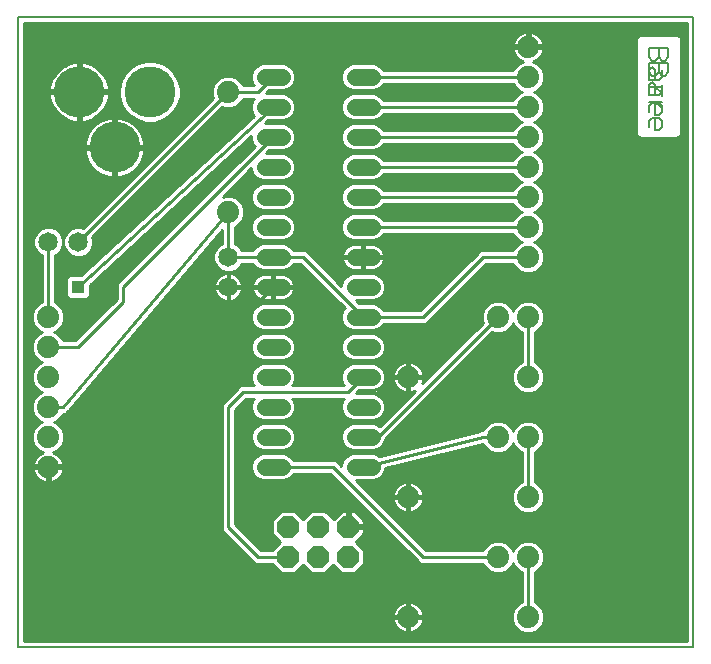
<source format=gtl>
G75*
%MOIN*%
%OFA0B0*%
%FSLAX25Y25*%
%IPPOS*%
%LPD*%
%AMOC8*
5,1,8,0,0,1.08239X$1,22.5*
%
%ADD10C,0.00800*%
%ADD11C,0.00600*%
%ADD12C,0.06500*%
%ADD13OC8,0.07400*%
%ADD14C,0.17000*%
%ADD15C,0.07400*%
%ADD16C,0.05600*%
%ADD17C,0.01000*%
%ADD18R,0.04362X0.04362*%
D10*
X0488333Y0001500D02*
X0713333Y0001500D01*
X0713333Y0211500D01*
X0488333Y0211500D01*
X0488333Y0001500D01*
D11*
X0700768Y0173667D02*
X0700768Y0177938D01*
X0700768Y0178667D02*
X0700768Y0182938D01*
X0700768Y0178667D01*
X0701836Y0178667D01*
X0702904Y0179735D01*
X0702904Y0181870D01*
X0701836Y0182938D01*
X0699701Y0182938D01*
X0698633Y0181870D01*
X0698633Y0179735D01*
X0698633Y0181870D01*
X0699701Y0182938D01*
X0701836Y0182938D01*
X0702904Y0181870D01*
X0702904Y0179735D01*
X0701836Y0178667D01*
X0700768Y0178667D01*
X0700768Y0182938D01*
X0700768Y0178667D01*
X0701836Y0178667D01*
X0702904Y0179735D01*
X0702904Y0181870D01*
X0701836Y0182938D01*
X0699701Y0182938D01*
X0698633Y0181870D01*
X0698633Y0179735D01*
X0698633Y0181870D01*
X0699701Y0182938D01*
X0701836Y0182938D01*
X0702904Y0181870D01*
X0702904Y0179735D01*
X0701836Y0178667D01*
X0700768Y0178667D01*
X0700768Y0182938D01*
X0700768Y0178667D01*
X0701836Y0178667D01*
X0702904Y0179735D01*
X0702904Y0181870D01*
X0701836Y0182938D01*
X0699701Y0182938D01*
X0698633Y0181870D01*
X0698633Y0179735D01*
X0698633Y0181870D01*
X0699701Y0182938D01*
X0701836Y0182938D01*
X0702904Y0181870D01*
X0702904Y0179735D01*
X0701836Y0178667D01*
X0700768Y0178667D01*
X0699701Y0177938D02*
X0701836Y0177938D01*
X0702904Y0176870D01*
X0702904Y0174735D01*
X0701836Y0173667D01*
X0700768Y0173667D01*
X0698633Y0174735D02*
X0698633Y0176870D01*
X0699701Y0177938D01*
X0702904Y0180106D02*
X0702904Y0181174D01*
X0700768Y0183309D01*
X0698633Y0183309D02*
X0702904Y0183309D01*
X0702904Y0185106D02*
X0702904Y0186174D01*
X0700768Y0188309D01*
X0702904Y0186174D01*
X0702904Y0185106D01*
X0702904Y0186174D01*
X0700768Y0188309D01*
X0702904Y0186174D01*
X0702904Y0185106D01*
X0702904Y0186174D01*
X0700768Y0188309D01*
X0702904Y0186174D01*
X0702904Y0185106D01*
X0701836Y0185484D02*
X0698633Y0185484D01*
X0698633Y0188687D01*
X0699701Y0189755D01*
X0700768Y0188687D01*
X0700768Y0185484D01*
X0701836Y0185484D02*
X0702904Y0186552D01*
X0702904Y0188687D01*
X0702904Y0188309D02*
X0698633Y0188309D01*
X0702904Y0188309D01*
X0698633Y0188309D01*
X0702904Y0188309D01*
X0698633Y0188309D01*
X0702904Y0188309D01*
X0701836Y0190484D02*
X0698633Y0190484D01*
X0698633Y0193687D01*
X0699701Y0194755D01*
X0700768Y0193687D01*
X0700768Y0190484D01*
X0700768Y0193687D01*
X0699701Y0194755D01*
X0698633Y0193687D01*
X0698633Y0190484D01*
X0701836Y0190484D01*
X0702904Y0191552D01*
X0702904Y0193687D01*
X0702904Y0191552D01*
X0701836Y0190484D01*
X0698633Y0190484D01*
X0698633Y0193687D01*
X0699701Y0194755D01*
X0700768Y0193687D01*
X0700768Y0190484D01*
X0700768Y0193687D01*
X0699701Y0194755D01*
X0698633Y0193687D01*
X0698633Y0190484D01*
X0701836Y0190484D01*
X0702904Y0191552D01*
X0702904Y0193687D01*
X0702904Y0191552D01*
X0701836Y0190484D01*
X0698633Y0190484D01*
X0698633Y0193687D01*
X0699701Y0194755D01*
X0700768Y0193687D01*
X0700768Y0190484D01*
X0700768Y0193687D01*
X0699701Y0194755D01*
X0698633Y0193687D01*
X0698633Y0190484D01*
X0701836Y0190484D01*
X0702904Y0191552D01*
X0702904Y0193687D01*
X0702904Y0191552D01*
X0701836Y0190484D01*
X0700768Y0191930D02*
X0699701Y0191930D01*
X0698633Y0192997D01*
X0698633Y0196200D01*
X0705039Y0196200D01*
X0705039Y0192997D01*
X0703971Y0191930D01*
X0702904Y0191930D01*
X0701836Y0192997D01*
X0701836Y0196200D01*
X0700768Y0196930D02*
X0699701Y0196930D01*
X0698633Y0197997D01*
X0698633Y0201200D01*
X0705039Y0201200D01*
X0705039Y0197997D01*
X0703971Y0196930D01*
X0702904Y0196930D01*
X0701836Y0197997D01*
X0701836Y0201200D01*
X0701836Y0197997D01*
X0700768Y0196930D01*
X0699701Y0196930D01*
X0698633Y0197997D01*
X0698633Y0201200D01*
X0705039Y0201200D01*
X0705039Y0197997D01*
X0703971Y0196930D01*
X0702904Y0196930D01*
X0701836Y0197997D01*
X0700768Y0196930D01*
X0699701Y0196930D01*
X0698633Y0197997D01*
X0698633Y0201200D01*
X0705039Y0201200D01*
X0705039Y0197997D01*
X0703971Y0196930D01*
X0702904Y0196930D01*
X0701836Y0197997D01*
X0701836Y0201200D01*
X0701836Y0197997D01*
X0700768Y0196930D01*
X0699701Y0196930D01*
X0698633Y0197997D01*
X0698633Y0201200D01*
X0705039Y0201200D01*
X0705039Y0197997D01*
X0703971Y0196930D01*
X0702904Y0196930D01*
X0701836Y0197997D01*
X0700768Y0196930D01*
X0699701Y0196930D01*
X0698633Y0197997D01*
X0698633Y0201200D01*
X0705039Y0201200D01*
X0705039Y0197997D01*
X0703971Y0196930D01*
X0702904Y0196930D01*
X0701836Y0197997D01*
X0701836Y0201200D01*
X0701836Y0197997D01*
X0700768Y0196930D01*
X0699701Y0196930D01*
X0698633Y0197997D01*
X0698633Y0201200D01*
X0705039Y0201200D01*
X0705039Y0197997D01*
X0703971Y0196930D01*
X0702904Y0196930D01*
X0701836Y0197997D01*
X0700768Y0196930D01*
X0701836Y0192997D02*
X0700768Y0191930D01*
D12*
X0508333Y0136500D03*
X0498333Y0136500D03*
X0558333Y0131500D03*
X0558333Y0121500D03*
D13*
X0578333Y0041500D03*
X0588333Y0041500D03*
X0598333Y0041500D03*
X0598333Y0031500D03*
X0588333Y0031500D03*
X0578333Y0031500D03*
D14*
X0520459Y0167996D03*
X0508648Y0186500D03*
X0532270Y0186500D03*
D15*
X0558333Y0186500D03*
X0658333Y0181500D03*
X0658333Y0191500D03*
X0658333Y0201500D03*
X0658333Y0171500D03*
X0658333Y0161500D03*
X0658333Y0151500D03*
X0658333Y0141500D03*
X0658333Y0131500D03*
X0658333Y0111500D03*
X0648333Y0111500D03*
X0658333Y0091500D03*
X0618333Y0091500D03*
X0648333Y0071500D03*
X0658333Y0071500D03*
X0658333Y0051500D03*
X0618333Y0051500D03*
X0648333Y0031500D03*
X0658333Y0031500D03*
X0658333Y0011500D03*
X0618333Y0011500D03*
X0498333Y0061500D03*
X0498333Y0071500D03*
X0498333Y0081500D03*
X0498333Y0091500D03*
X0498333Y0101500D03*
X0498333Y0111500D03*
X0558333Y0146500D03*
D16*
X0570533Y0141500D02*
X0576133Y0141500D01*
X0600533Y0141500D02*
X0606133Y0141500D01*
X0606133Y0131500D02*
X0600533Y0131500D01*
X0600533Y0121500D02*
X0606133Y0121500D01*
X0576133Y0121500D02*
X0570533Y0121500D01*
X0570533Y0131500D02*
X0576133Y0131500D01*
X0576133Y0111500D02*
X0570533Y0111500D01*
X0570533Y0101500D02*
X0576133Y0101500D01*
X0600533Y0101500D02*
X0606133Y0101500D01*
X0606133Y0091500D02*
X0600533Y0091500D01*
X0600533Y0081500D02*
X0606133Y0081500D01*
X0576133Y0081500D02*
X0570533Y0081500D01*
X0570533Y0091500D02*
X0576133Y0091500D01*
X0576133Y0071500D02*
X0570533Y0071500D01*
X0570533Y0061500D02*
X0576133Y0061500D01*
X0600533Y0061500D02*
X0606133Y0061500D01*
X0606133Y0071500D02*
X0600533Y0071500D01*
X0600533Y0111500D02*
X0606133Y0111500D01*
X0606133Y0151500D02*
X0600533Y0151500D01*
X0600533Y0161500D02*
X0606133Y0161500D01*
X0576133Y0161500D02*
X0570533Y0161500D01*
X0570533Y0151500D02*
X0576133Y0151500D01*
X0576133Y0171500D02*
X0570533Y0171500D01*
X0570533Y0181500D02*
X0576133Y0181500D01*
X0576133Y0191500D02*
X0570533Y0191500D01*
X0600533Y0191500D02*
X0606133Y0191500D01*
X0606133Y0181500D02*
X0600533Y0181500D01*
X0600533Y0171500D02*
X0606133Y0171500D01*
D17*
X0603333Y0171500D02*
X0658333Y0171500D01*
X0653400Y0169300D02*
X0653755Y0168441D01*
X0655274Y0166922D01*
X0656294Y0166500D01*
X0655274Y0166078D01*
X0653755Y0164559D01*
X0653400Y0163700D01*
X0610093Y0163700D01*
X0609948Y0164049D01*
X0608682Y0165315D01*
X0607028Y0166000D01*
X0599638Y0166000D01*
X0597984Y0165315D01*
X0596718Y0164049D01*
X0596033Y0162395D01*
X0596033Y0160605D01*
X0596718Y0158951D01*
X0597984Y0157685D01*
X0599638Y0157000D01*
X0607028Y0157000D01*
X0608682Y0157685D01*
X0609948Y0158951D01*
X0610093Y0159300D01*
X0653400Y0159300D01*
X0653755Y0158441D01*
X0655274Y0156922D01*
X0656294Y0156500D01*
X0655274Y0156078D01*
X0653755Y0154559D01*
X0653400Y0153700D01*
X0610093Y0153700D01*
X0609948Y0154049D01*
X0608682Y0155315D01*
X0607028Y0156000D01*
X0599638Y0156000D01*
X0597984Y0155315D01*
X0596718Y0154049D01*
X0596033Y0152395D01*
X0596033Y0150605D01*
X0596718Y0148951D01*
X0597984Y0147685D01*
X0599638Y0147000D01*
X0607028Y0147000D01*
X0608682Y0147685D01*
X0609948Y0148951D01*
X0610093Y0149300D01*
X0653400Y0149300D01*
X0653755Y0148441D01*
X0655274Y0146922D01*
X0656294Y0146500D01*
X0655274Y0146078D01*
X0653755Y0144559D01*
X0653400Y0143700D01*
X0610093Y0143700D01*
X0609948Y0144049D01*
X0608682Y0145315D01*
X0607028Y0146000D01*
X0599638Y0146000D01*
X0597984Y0145315D01*
X0596718Y0144049D01*
X0596033Y0142395D01*
X0596033Y0140605D01*
X0596718Y0138951D01*
X0597984Y0137685D01*
X0599638Y0137000D01*
X0607028Y0137000D01*
X0608682Y0137685D01*
X0609948Y0138951D01*
X0610093Y0139300D01*
X0653400Y0139300D01*
X0653755Y0138441D01*
X0655274Y0136922D01*
X0656294Y0136500D01*
X0655274Y0136078D01*
X0653755Y0134559D01*
X0653400Y0133700D01*
X0642422Y0133700D01*
X0641133Y0132411D01*
X0622422Y0113700D01*
X0610093Y0113700D01*
X0609948Y0114049D01*
X0608682Y0115315D01*
X0607028Y0116000D01*
X0601945Y0116000D01*
X0600945Y0117000D01*
X0607028Y0117000D01*
X0608682Y0117685D01*
X0609948Y0118951D01*
X0610633Y0120605D01*
X0610633Y0122395D01*
X0609948Y0124049D01*
X0608682Y0125315D01*
X0607028Y0126000D01*
X0599638Y0126000D01*
X0597984Y0125315D01*
X0596718Y0124049D01*
X0596033Y0122395D01*
X0596033Y0121911D01*
X0584245Y0133700D01*
X0580093Y0133700D01*
X0579948Y0134049D01*
X0578682Y0135315D01*
X0577028Y0136000D01*
X0569638Y0136000D01*
X0567984Y0135315D01*
X0566718Y0134049D01*
X0566574Y0133700D01*
X0562780Y0133700D01*
X0562530Y0134304D01*
X0561137Y0135696D01*
X0560533Y0135947D01*
X0560533Y0141566D01*
X0561392Y0141922D01*
X0562911Y0143441D01*
X0563733Y0145426D01*
X0563733Y0147574D01*
X0562911Y0149559D01*
X0561392Y0151078D01*
X0559407Y0151900D01*
X0557259Y0151900D01*
X0556551Y0151607D01*
X0566033Y0161089D01*
X0566033Y0160605D01*
X0566718Y0158951D01*
X0567984Y0157685D01*
X0569638Y0157000D01*
X0577028Y0157000D01*
X0578682Y0157685D01*
X0579948Y0158951D01*
X0580633Y0160605D01*
X0580633Y0162395D01*
X0579948Y0164049D01*
X0578682Y0165315D01*
X0577028Y0166000D01*
X0570945Y0166000D01*
X0571945Y0167000D01*
X0577028Y0167000D01*
X0578682Y0167685D01*
X0579948Y0168951D01*
X0580633Y0170605D01*
X0580633Y0172395D01*
X0579948Y0174049D01*
X0578682Y0175315D01*
X0577028Y0176000D01*
X0570618Y0176000D01*
X0571702Y0177000D01*
X0577028Y0177000D01*
X0578682Y0177685D01*
X0579948Y0178951D01*
X0580633Y0180605D01*
X0580633Y0182395D01*
X0579948Y0184049D01*
X0578682Y0185315D01*
X0577028Y0186000D01*
X0570945Y0186000D01*
X0571945Y0187000D01*
X0577028Y0187000D01*
X0578682Y0187685D01*
X0579948Y0188951D01*
X0580633Y0190605D01*
X0580633Y0192395D01*
X0579948Y0194049D01*
X0578682Y0195315D01*
X0577028Y0196000D01*
X0569638Y0196000D01*
X0567984Y0195315D01*
X0566718Y0194049D01*
X0566033Y0192395D01*
X0566033Y0190605D01*
X0566718Y0188951D01*
X0566969Y0188700D01*
X0563267Y0188700D01*
X0562911Y0189559D01*
X0561392Y0191078D01*
X0559407Y0191900D01*
X0557259Y0191900D01*
X0555274Y0191078D01*
X0553755Y0189559D01*
X0552933Y0187574D01*
X0552933Y0185426D01*
X0553289Y0184567D01*
X0509922Y0141200D01*
X0509318Y0141450D01*
X0507349Y0141450D01*
X0505529Y0140696D01*
X0504137Y0139304D01*
X0503383Y0137485D01*
X0503383Y0135515D01*
X0504137Y0133696D01*
X0505529Y0132304D01*
X0507349Y0131550D01*
X0509318Y0131550D01*
X0511137Y0132304D01*
X0512530Y0133696D01*
X0513283Y0135515D01*
X0513283Y0137485D01*
X0513033Y0138089D01*
X0556400Y0181456D01*
X0557259Y0181100D01*
X0559407Y0181100D01*
X0561392Y0181922D01*
X0562911Y0183441D01*
X0563267Y0184300D01*
X0566969Y0184300D01*
X0566718Y0184049D01*
X0566033Y0182395D01*
X0566033Y0180605D01*
X0566718Y0178951D01*
X0567011Y0178658D01*
X0509294Y0125381D01*
X0505448Y0125381D01*
X0504452Y0124385D01*
X0504452Y0118615D01*
X0505448Y0117619D01*
X0511219Y0117619D01*
X0512214Y0118615D01*
X0512214Y0122089D01*
X0566033Y0171768D01*
X0566033Y0170605D01*
X0566718Y0168951D01*
X0567196Y0168474D01*
X0522422Y0123700D01*
X0521133Y0122411D01*
X0521133Y0117411D01*
X0507422Y0103700D01*
X0503267Y0103700D01*
X0502911Y0104559D01*
X0501392Y0106078D01*
X0500373Y0106500D01*
X0501392Y0106922D01*
X0502911Y0108441D01*
X0503733Y0110426D01*
X0503733Y0112574D01*
X0502911Y0114559D01*
X0501392Y0116078D01*
X0500533Y0116434D01*
X0500533Y0132053D01*
X0501137Y0132304D01*
X0502530Y0133696D01*
X0503283Y0135515D01*
X0503283Y0137485D01*
X0502530Y0139304D01*
X0501137Y0140696D01*
X0499318Y0141450D01*
X0497349Y0141450D01*
X0495529Y0140696D01*
X0494137Y0139304D01*
X0493383Y0137485D01*
X0493383Y0135515D01*
X0494137Y0133696D01*
X0495529Y0132304D01*
X0496133Y0132053D01*
X0496133Y0116434D01*
X0495274Y0116078D01*
X0493755Y0114559D01*
X0492933Y0112574D01*
X0492933Y0110426D01*
X0493755Y0108441D01*
X0495274Y0106922D01*
X0496294Y0106500D01*
X0495274Y0106078D01*
X0493755Y0104559D01*
X0492933Y0102574D01*
X0492933Y0100426D01*
X0493755Y0098441D01*
X0495274Y0096922D01*
X0496294Y0096500D01*
X0495274Y0096078D01*
X0493755Y0094559D01*
X0492933Y0092574D01*
X0492933Y0090426D01*
X0493755Y0088441D01*
X0495274Y0086922D01*
X0496294Y0086500D01*
X0495274Y0086078D01*
X0493755Y0084559D01*
X0492933Y0082574D01*
X0492933Y0080426D01*
X0493755Y0078441D01*
X0495274Y0076922D01*
X0496294Y0076500D01*
X0495274Y0076078D01*
X0493755Y0074559D01*
X0492933Y0072574D01*
X0492933Y0070426D01*
X0493755Y0068441D01*
X0495274Y0066922D01*
X0496558Y0066391D01*
X0496337Y0066319D01*
X0495608Y0065947D01*
X0494946Y0065466D01*
X0494367Y0064888D01*
X0493886Y0064225D01*
X0493514Y0063496D01*
X0493261Y0062718D01*
X0493148Y0062000D01*
X0497833Y0062000D01*
X0497833Y0061000D01*
X0493148Y0061000D01*
X0493261Y0060282D01*
X0493514Y0059504D01*
X0493886Y0058775D01*
X0494367Y0058112D01*
X0494946Y0057534D01*
X0495608Y0057053D01*
X0496337Y0056681D01*
X0497116Y0056428D01*
X0497833Y0056314D01*
X0497833Y0061000D01*
X0498833Y0061000D01*
X0498833Y0056314D01*
X0499551Y0056428D01*
X0500329Y0056681D01*
X0501059Y0057053D01*
X0501721Y0057534D01*
X0502300Y0058112D01*
X0502781Y0058775D01*
X0503152Y0059504D01*
X0503405Y0060282D01*
X0503519Y0061000D01*
X0498833Y0061000D01*
X0498833Y0062000D01*
X0503519Y0062000D01*
X0503405Y0062718D01*
X0503152Y0063496D01*
X0502781Y0064225D01*
X0502300Y0064888D01*
X0501721Y0065466D01*
X0501059Y0065947D01*
X0500329Y0066319D01*
X0500109Y0066391D01*
X0501392Y0066922D01*
X0502911Y0068441D01*
X0503733Y0070426D01*
X0503733Y0072574D01*
X0502911Y0074559D01*
X0501392Y0076078D01*
X0500373Y0076500D01*
X0501392Y0076922D01*
X0502911Y0078441D01*
X0503261Y0079286D01*
X0503425Y0079300D01*
X0504245Y0079300D01*
X0504319Y0079375D01*
X0504424Y0079383D01*
X0504954Y0080009D01*
X0505533Y0080589D01*
X0505533Y0080694D01*
X0556133Y0140494D01*
X0556133Y0135947D01*
X0555529Y0135696D01*
X0554137Y0134304D01*
X0553383Y0132485D01*
X0553383Y0130515D01*
X0554137Y0128696D01*
X0555529Y0127304D01*
X0557349Y0126550D01*
X0559318Y0126550D01*
X0561137Y0127304D01*
X0562530Y0128696D01*
X0562780Y0129300D01*
X0566574Y0129300D01*
X0566718Y0128951D01*
X0567984Y0127685D01*
X0569638Y0127000D01*
X0577028Y0127000D01*
X0578682Y0127685D01*
X0579948Y0128951D01*
X0580093Y0129300D01*
X0582422Y0129300D01*
X0597196Y0114526D01*
X0596718Y0114049D01*
X0596033Y0112395D01*
X0596033Y0110605D01*
X0596718Y0108951D01*
X0597984Y0107685D01*
X0599638Y0107000D01*
X0607028Y0107000D01*
X0608682Y0107685D01*
X0609948Y0108951D01*
X0610093Y0109300D01*
X0624245Y0109300D01*
X0644245Y0129300D01*
X0653400Y0129300D01*
X0653755Y0128441D01*
X0655274Y0126922D01*
X0657259Y0126100D01*
X0659407Y0126100D01*
X0661392Y0126922D01*
X0662911Y0128441D01*
X0663733Y0130426D01*
X0663733Y0132574D01*
X0662911Y0134559D01*
X0661392Y0136078D01*
X0660373Y0136500D01*
X0661392Y0136922D01*
X0662911Y0138441D01*
X0663733Y0140426D01*
X0663733Y0142574D01*
X0662911Y0144559D01*
X0661392Y0146078D01*
X0660373Y0146500D01*
X0661392Y0146922D01*
X0662911Y0148441D01*
X0663733Y0150426D01*
X0663733Y0152574D01*
X0662911Y0154559D01*
X0661392Y0156078D01*
X0660373Y0156500D01*
X0661392Y0156922D01*
X0662911Y0158441D01*
X0663733Y0160426D01*
X0663733Y0162574D01*
X0662911Y0164559D01*
X0661392Y0166078D01*
X0660373Y0166500D01*
X0661392Y0166922D01*
X0662911Y0168441D01*
X0663733Y0170426D01*
X0663733Y0172574D01*
X0662911Y0174559D01*
X0661392Y0176078D01*
X0660373Y0176500D01*
X0661392Y0176922D01*
X0662911Y0178441D01*
X0663733Y0180426D01*
X0663733Y0182574D01*
X0662911Y0184559D01*
X0661392Y0186078D01*
X0660373Y0186500D01*
X0661392Y0186922D01*
X0662911Y0188441D01*
X0663733Y0190426D01*
X0663733Y0192574D01*
X0662911Y0194559D01*
X0661392Y0196078D01*
X0660109Y0196609D01*
X0660329Y0196681D01*
X0661059Y0197053D01*
X0661721Y0197534D01*
X0662300Y0198112D01*
X0662781Y0198775D01*
X0663152Y0199504D01*
X0663405Y0200282D01*
X0663519Y0201000D01*
X0658833Y0201000D01*
X0658833Y0202000D01*
X0657833Y0202000D01*
X0657833Y0201000D01*
X0653148Y0201000D01*
X0653261Y0200282D01*
X0653514Y0199504D01*
X0653886Y0198775D01*
X0654367Y0198112D01*
X0654946Y0197534D01*
X0655608Y0197053D01*
X0656337Y0196681D01*
X0656558Y0196609D01*
X0655274Y0196078D01*
X0653755Y0194559D01*
X0653400Y0193700D01*
X0610093Y0193700D01*
X0609948Y0194049D01*
X0608682Y0195315D01*
X0607028Y0196000D01*
X0599638Y0196000D01*
X0597984Y0195315D01*
X0596718Y0194049D01*
X0596033Y0192395D01*
X0596033Y0190605D01*
X0596718Y0188951D01*
X0597984Y0187685D01*
X0599638Y0187000D01*
X0607028Y0187000D01*
X0608682Y0187685D01*
X0609948Y0188951D01*
X0610093Y0189300D01*
X0653400Y0189300D01*
X0653755Y0188441D01*
X0655274Y0186922D01*
X0656294Y0186500D01*
X0655274Y0186078D01*
X0653755Y0184559D01*
X0653400Y0183700D01*
X0610093Y0183700D01*
X0609948Y0184049D01*
X0608682Y0185315D01*
X0607028Y0186000D01*
X0599638Y0186000D01*
X0597984Y0185315D01*
X0596718Y0184049D01*
X0596033Y0182395D01*
X0596033Y0180605D01*
X0596718Y0178951D01*
X0597984Y0177685D01*
X0599638Y0177000D01*
X0607028Y0177000D01*
X0608682Y0177685D01*
X0609948Y0178951D01*
X0610093Y0179300D01*
X0653400Y0179300D01*
X0653755Y0178441D01*
X0655274Y0176922D01*
X0656294Y0176500D01*
X0655274Y0176078D01*
X0653755Y0174559D01*
X0653400Y0173700D01*
X0610093Y0173700D01*
X0609948Y0174049D01*
X0608682Y0175315D01*
X0607028Y0176000D01*
X0599638Y0176000D01*
X0597984Y0175315D01*
X0596718Y0174049D01*
X0596033Y0172395D01*
X0596033Y0170605D01*
X0596718Y0168951D01*
X0597984Y0167685D01*
X0599638Y0167000D01*
X0607028Y0167000D01*
X0608682Y0167685D01*
X0609948Y0168951D01*
X0610093Y0169300D01*
X0653400Y0169300D01*
X0653442Y0169198D02*
X0610050Y0169198D01*
X0609197Y0168199D02*
X0653997Y0168199D01*
X0654996Y0167201D02*
X0607513Y0167201D01*
X0608794Y0165204D02*
X0654400Y0165204D01*
X0653609Y0164205D02*
X0609792Y0164205D01*
X0603333Y0161500D02*
X0658333Y0161500D01*
X0653436Y0159213D02*
X0610057Y0159213D01*
X0609211Y0158214D02*
X0653982Y0158214D01*
X0654981Y0157216D02*
X0607549Y0157216D01*
X0608779Y0155219D02*
X0654415Y0155219D01*
X0653615Y0154220D02*
X0609777Y0154220D01*
X0603333Y0151500D02*
X0658333Y0151500D01*
X0662251Y0155219D02*
X0711233Y0155219D01*
X0711233Y0156217D02*
X0661056Y0156217D01*
X0661686Y0157216D02*
X0711233Y0157216D01*
X0711233Y0158214D02*
X0662684Y0158214D01*
X0663231Y0159213D02*
X0711233Y0159213D01*
X0711233Y0160211D02*
X0663644Y0160211D01*
X0663733Y0161210D02*
X0711233Y0161210D01*
X0711233Y0162208D02*
X0663733Y0162208D01*
X0663471Y0163207D02*
X0711233Y0163207D01*
X0711233Y0164205D02*
X0663058Y0164205D01*
X0662266Y0165204D02*
X0711233Y0165204D01*
X0711233Y0166202D02*
X0661092Y0166202D01*
X0661671Y0167201D02*
X0711233Y0167201D01*
X0711233Y0168199D02*
X0662669Y0168199D01*
X0663225Y0169198D02*
X0711233Y0169198D01*
X0711233Y0170196D02*
X0663638Y0170196D01*
X0663733Y0171195D02*
X0711233Y0171195D01*
X0711233Y0172193D02*
X0709177Y0172193D01*
X0709195Y0172223D02*
X0709280Y0172429D01*
X0709338Y0172644D01*
X0709367Y0172865D01*
X0709367Y0198945D01*
X0709367Y0203945D01*
X0709338Y0204166D01*
X0709280Y0204381D01*
X0709195Y0204587D01*
X0709083Y0204780D01*
X0708948Y0204957D01*
X0708790Y0205114D01*
X0708613Y0205250D01*
X0708420Y0205361D01*
X0708214Y0205447D01*
X0707999Y0205504D01*
X0707778Y0205533D01*
X0695889Y0205533D01*
X0695668Y0205504D01*
X0695452Y0205447D01*
X0695246Y0205361D01*
X0695053Y0205250D01*
X0694877Y0205114D01*
X0694719Y0204957D01*
X0694583Y0204780D01*
X0694472Y0204587D01*
X0694387Y0204381D01*
X0694329Y0204166D01*
X0694300Y0203945D01*
X0694300Y0172865D01*
X0694329Y0172644D01*
X0694387Y0172429D01*
X0694472Y0172223D01*
X0694583Y0172030D01*
X0694719Y0171853D01*
X0694877Y0171696D01*
X0695053Y0171560D01*
X0695246Y0171449D01*
X0695452Y0171363D01*
X0695668Y0171306D01*
X0695889Y0171277D01*
X0707778Y0171277D01*
X0707999Y0171306D01*
X0708214Y0171363D01*
X0708420Y0171449D01*
X0708613Y0171560D01*
X0708790Y0171696D01*
X0708948Y0171853D01*
X0709083Y0172030D01*
X0709195Y0172223D01*
X0709367Y0173192D02*
X0711233Y0173192D01*
X0711233Y0174190D02*
X0709367Y0174190D01*
X0709367Y0175189D02*
X0711233Y0175189D01*
X0711233Y0176187D02*
X0709367Y0176187D01*
X0709367Y0177186D02*
X0711233Y0177186D01*
X0711233Y0178184D02*
X0709367Y0178184D01*
X0709367Y0179183D02*
X0711233Y0179183D01*
X0711233Y0180181D02*
X0709367Y0180181D01*
X0709367Y0181180D02*
X0711233Y0181180D01*
X0711233Y0182178D02*
X0709367Y0182178D01*
X0709367Y0183177D02*
X0711233Y0183177D01*
X0711233Y0184175D02*
X0709367Y0184175D01*
X0709367Y0185174D02*
X0711233Y0185174D01*
X0711233Y0186172D02*
X0709367Y0186172D01*
X0709367Y0187171D02*
X0711233Y0187171D01*
X0711233Y0188170D02*
X0709367Y0188170D01*
X0709367Y0189168D02*
X0711233Y0189168D01*
X0711233Y0190167D02*
X0709367Y0190167D01*
X0709367Y0191165D02*
X0711233Y0191165D01*
X0711233Y0192164D02*
X0709367Y0192164D01*
X0709367Y0193162D02*
X0711233Y0193162D01*
X0711233Y0194161D02*
X0709367Y0194161D01*
X0709367Y0195159D02*
X0711233Y0195159D01*
X0711233Y0196158D02*
X0709367Y0196158D01*
X0709367Y0197156D02*
X0711233Y0197156D01*
X0711233Y0198155D02*
X0709367Y0198155D01*
X0709367Y0199153D02*
X0711233Y0199153D01*
X0711233Y0200152D02*
X0709367Y0200152D01*
X0709367Y0201150D02*
X0711233Y0201150D01*
X0711233Y0202149D02*
X0709367Y0202149D01*
X0709367Y0203147D02*
X0711233Y0203147D01*
X0711233Y0204146D02*
X0709340Y0204146D01*
X0708751Y0205144D02*
X0711233Y0205144D01*
X0711233Y0206143D02*
X0660675Y0206143D01*
X0660329Y0206319D02*
X0659551Y0206572D01*
X0658833Y0206686D01*
X0658833Y0202000D01*
X0663519Y0202000D01*
X0663405Y0202718D01*
X0663152Y0203496D01*
X0662781Y0204225D01*
X0662300Y0204888D01*
X0661721Y0205466D01*
X0661059Y0205947D01*
X0660329Y0206319D01*
X0658833Y0206143D02*
X0657833Y0206143D01*
X0657833Y0206686D02*
X0657116Y0206572D01*
X0656337Y0206319D01*
X0655608Y0205947D01*
X0654946Y0205466D01*
X0654367Y0204888D01*
X0653886Y0204225D01*
X0653514Y0203496D01*
X0653261Y0202718D01*
X0653148Y0202000D01*
X0657833Y0202000D01*
X0657833Y0206686D01*
X0657833Y0205144D02*
X0658833Y0205144D01*
X0658833Y0204146D02*
X0657833Y0204146D01*
X0657833Y0203147D02*
X0658833Y0203147D01*
X0658833Y0202149D02*
X0657833Y0202149D01*
X0657833Y0201150D02*
X0490433Y0201150D01*
X0490433Y0200152D02*
X0653304Y0200152D01*
X0653693Y0199153D02*
X0490433Y0199153D01*
X0490433Y0198155D02*
X0654336Y0198155D01*
X0655465Y0197156D02*
X0490433Y0197156D01*
X0490433Y0196158D02*
X0506021Y0196158D01*
X0505876Y0196124D02*
X0504815Y0195753D01*
X0503803Y0195266D01*
X0502852Y0194668D01*
X0501974Y0193968D01*
X0501180Y0193174D01*
X0500480Y0192296D01*
X0499882Y0191345D01*
X0499395Y0190333D01*
X0499024Y0189273D01*
X0498774Y0188178D01*
X0498648Y0187062D01*
X0498648Y0187000D01*
X0508148Y0187000D01*
X0508148Y0186000D01*
X0498648Y0186000D01*
X0498648Y0185938D01*
X0498774Y0184822D01*
X0499024Y0183727D01*
X0499395Y0182667D01*
X0499882Y0181655D01*
X0500480Y0180704D01*
X0501180Y0179826D01*
X0501974Y0179032D01*
X0502852Y0178332D01*
X0503803Y0177734D01*
X0504815Y0177247D01*
X0505876Y0176876D01*
X0506971Y0176626D01*
X0508087Y0176500D01*
X0508148Y0176500D01*
X0508148Y0186000D01*
X0509148Y0186000D01*
X0509148Y0176500D01*
X0509210Y0176500D01*
X0510326Y0176626D01*
X0511421Y0176876D01*
X0512481Y0177247D01*
X0513493Y0177734D01*
X0514444Y0178332D01*
X0515322Y0179032D01*
X0516116Y0179826D01*
X0516817Y0180704D01*
X0517414Y0181655D01*
X0517902Y0182667D01*
X0518273Y0183727D01*
X0518523Y0184822D01*
X0518648Y0185938D01*
X0518648Y0186000D01*
X0509148Y0186000D01*
X0509148Y0187000D01*
X0508148Y0187000D01*
X0508148Y0196500D01*
X0508087Y0196500D01*
X0506971Y0196374D01*
X0505876Y0196124D01*
X0508148Y0196158D02*
X0509148Y0196158D01*
X0509148Y0196500D02*
X0509148Y0187000D01*
X0518648Y0187000D01*
X0518648Y0187062D01*
X0518523Y0188178D01*
X0518273Y0189273D01*
X0517902Y0190333D01*
X0517414Y0191345D01*
X0516817Y0192296D01*
X0516116Y0193174D01*
X0515322Y0193968D01*
X0514444Y0194668D01*
X0513493Y0195266D01*
X0512481Y0195753D01*
X0511421Y0196124D01*
X0510326Y0196374D01*
X0509210Y0196500D01*
X0509148Y0196500D01*
X0509148Y0195159D02*
X0508148Y0195159D01*
X0508148Y0194161D02*
X0509148Y0194161D01*
X0509148Y0193162D02*
X0508148Y0193162D01*
X0508148Y0192164D02*
X0509148Y0192164D01*
X0509148Y0191165D02*
X0508148Y0191165D01*
X0508148Y0190167D02*
X0509148Y0190167D01*
X0509148Y0189168D02*
X0508148Y0189168D01*
X0508148Y0188170D02*
X0509148Y0188170D01*
X0509148Y0187171D02*
X0508148Y0187171D01*
X0508148Y0186172D02*
X0490433Y0186172D01*
X0490433Y0185174D02*
X0498734Y0185174D01*
X0498922Y0184175D02*
X0490433Y0184175D01*
X0490433Y0183177D02*
X0499217Y0183177D01*
X0499630Y0182178D02*
X0490433Y0182178D01*
X0490433Y0181180D02*
X0500181Y0181180D01*
X0500897Y0180181D02*
X0490433Y0180181D01*
X0490433Y0179183D02*
X0501823Y0179183D01*
X0503087Y0178184D02*
X0490433Y0178184D01*
X0490433Y0177186D02*
X0504989Y0177186D01*
X0508148Y0177186D02*
X0509148Y0177186D01*
X0509148Y0178184D02*
X0508148Y0178184D01*
X0508148Y0179183D02*
X0509148Y0179183D01*
X0509148Y0180181D02*
X0508148Y0180181D01*
X0508148Y0181180D02*
X0509148Y0181180D01*
X0509148Y0182178D02*
X0508148Y0182178D01*
X0508148Y0183177D02*
X0509148Y0183177D01*
X0509148Y0184175D02*
X0508148Y0184175D01*
X0508148Y0185174D02*
X0509148Y0185174D01*
X0509148Y0186172D02*
X0522070Y0186172D01*
X0522070Y0185174D02*
X0518562Y0185174D01*
X0518375Y0184175D02*
X0522333Y0184175D01*
X0522070Y0185157D02*
X0522765Y0182563D01*
X0524108Y0180237D01*
X0526007Y0178338D01*
X0528333Y0176995D01*
X0530927Y0176300D01*
X0533613Y0176300D01*
X0536207Y0176995D01*
X0538533Y0178338D01*
X0540432Y0180237D01*
X0541775Y0182563D01*
X0542470Y0185157D01*
X0542470Y0187843D01*
X0541775Y0190437D01*
X0540432Y0192763D01*
X0538533Y0194662D01*
X0536207Y0196005D01*
X0533613Y0196700D01*
X0530927Y0196700D01*
X0528333Y0196005D01*
X0526007Y0194662D01*
X0524108Y0192763D01*
X0522765Y0190437D01*
X0522070Y0187843D01*
X0522070Y0185157D01*
X0522070Y0187171D02*
X0518636Y0187171D01*
X0518523Y0188170D02*
X0522158Y0188170D01*
X0522425Y0189168D02*
X0518296Y0189168D01*
X0517960Y0190167D02*
X0522693Y0190167D01*
X0523186Y0191165D02*
X0517501Y0191165D01*
X0516900Y0192164D02*
X0523762Y0192164D01*
X0524507Y0193162D02*
X0516126Y0193162D01*
X0515081Y0194161D02*
X0525506Y0194161D01*
X0526868Y0195159D02*
X0513663Y0195159D01*
X0511275Y0196158D02*
X0528903Y0196158D01*
X0535637Y0196158D02*
X0655467Y0196158D01*
X0654356Y0195159D02*
X0608838Y0195159D01*
X0609837Y0194161D02*
X0653590Y0194161D01*
X0661200Y0196158D02*
X0694300Y0196158D01*
X0694300Y0197156D02*
X0661201Y0197156D01*
X0662330Y0198155D02*
X0694300Y0198155D01*
X0694300Y0199153D02*
X0662974Y0199153D01*
X0663363Y0200152D02*
X0694300Y0200152D01*
X0694300Y0201150D02*
X0658833Y0201150D01*
X0663495Y0202149D02*
X0694300Y0202149D01*
X0694300Y0203147D02*
X0663266Y0203147D01*
X0662821Y0204146D02*
X0694326Y0204146D01*
X0694916Y0205144D02*
X0662043Y0205144D01*
X0655991Y0206143D02*
X0490433Y0206143D01*
X0490433Y0207141D02*
X0711233Y0207141D01*
X0711233Y0208140D02*
X0490433Y0208140D01*
X0490433Y0209138D02*
X0711233Y0209138D01*
X0711233Y0209400D02*
X0490433Y0209400D01*
X0490433Y0003600D01*
X0711233Y0003600D01*
X0711233Y0209400D01*
X0694300Y0195159D02*
X0662311Y0195159D01*
X0663076Y0194161D02*
X0694300Y0194161D01*
X0694300Y0193162D02*
X0663490Y0193162D01*
X0663733Y0192164D02*
X0694300Y0192164D01*
X0694300Y0191165D02*
X0663733Y0191165D01*
X0663626Y0190167D02*
X0694300Y0190167D01*
X0694300Y0189168D02*
X0663212Y0189168D01*
X0662640Y0188170D02*
X0694300Y0188170D01*
X0694300Y0187171D02*
X0661641Y0187171D01*
X0661164Y0186172D02*
X0694300Y0186172D01*
X0694300Y0185174D02*
X0662296Y0185174D01*
X0663070Y0184175D02*
X0694300Y0184175D01*
X0694300Y0183177D02*
X0663484Y0183177D01*
X0663733Y0182178D02*
X0694300Y0182178D01*
X0694300Y0181180D02*
X0663733Y0181180D01*
X0663632Y0180181D02*
X0694300Y0180181D01*
X0694300Y0179183D02*
X0663218Y0179183D01*
X0662654Y0178184D02*
X0694300Y0178184D01*
X0694300Y0177186D02*
X0661656Y0177186D01*
X0661128Y0176187D02*
X0694300Y0176187D01*
X0694300Y0175189D02*
X0662281Y0175189D01*
X0663064Y0174190D02*
X0694300Y0174190D01*
X0694300Y0173192D02*
X0663477Y0173192D01*
X0663733Y0172193D02*
X0694489Y0172193D01*
X0658333Y0181500D02*
X0603333Y0181500D01*
X0597843Y0185174D02*
X0578823Y0185174D01*
X0579822Y0184175D02*
X0596845Y0184175D01*
X0596357Y0183177D02*
X0580309Y0183177D01*
X0580633Y0182178D02*
X0596033Y0182178D01*
X0596033Y0181180D02*
X0580633Y0181180D01*
X0580458Y0180181D02*
X0596209Y0180181D01*
X0596622Y0179183D02*
X0580044Y0179183D01*
X0579182Y0178184D02*
X0597485Y0178184D01*
X0599189Y0177186D02*
X0577477Y0177186D01*
X0578808Y0175189D02*
X0597858Y0175189D01*
X0596860Y0174190D02*
X0579807Y0174190D01*
X0580303Y0173192D02*
X0596363Y0173192D01*
X0596033Y0172193D02*
X0580633Y0172193D01*
X0580633Y0171195D02*
X0596033Y0171195D01*
X0596203Y0170196D02*
X0580464Y0170196D01*
X0580050Y0169198D02*
X0596616Y0169198D01*
X0597470Y0168199D02*
X0579197Y0168199D01*
X0577513Y0167201D02*
X0599153Y0167201D01*
X0597873Y0165204D02*
X0578794Y0165204D01*
X0579792Y0164205D02*
X0596875Y0164205D01*
X0596370Y0163207D02*
X0580297Y0163207D01*
X0580633Y0162208D02*
X0596033Y0162208D01*
X0596033Y0161210D02*
X0580633Y0161210D01*
X0580470Y0160211D02*
X0596196Y0160211D01*
X0596610Y0159213D02*
X0580057Y0159213D01*
X0579211Y0158214D02*
X0597455Y0158214D01*
X0599118Y0157216D02*
X0577549Y0157216D01*
X0577028Y0156000D02*
X0578682Y0155315D01*
X0579948Y0154049D01*
X0580633Y0152395D01*
X0580633Y0150605D01*
X0579948Y0148951D01*
X0578682Y0147685D01*
X0577028Y0147000D01*
X0569638Y0147000D01*
X0567984Y0147685D01*
X0566718Y0148951D01*
X0566033Y0150605D01*
X0566033Y0152395D01*
X0566718Y0154049D01*
X0567984Y0155315D01*
X0569638Y0156000D01*
X0577028Y0156000D01*
X0578779Y0155219D02*
X0597888Y0155219D01*
X0596889Y0154220D02*
X0579777Y0154220D01*
X0580291Y0153222D02*
X0596376Y0153222D01*
X0596033Y0152223D02*
X0580633Y0152223D01*
X0580633Y0151225D02*
X0596033Y0151225D01*
X0596190Y0150226D02*
X0580476Y0150226D01*
X0580063Y0149228D02*
X0596604Y0149228D01*
X0597440Y0148229D02*
X0579226Y0148229D01*
X0577585Y0147231D02*
X0599082Y0147231D01*
X0597903Y0145234D02*
X0578764Y0145234D01*
X0578682Y0145315D02*
X0577028Y0146000D01*
X0569638Y0146000D01*
X0567984Y0145315D01*
X0566718Y0144049D01*
X0566033Y0142395D01*
X0566033Y0140605D01*
X0566718Y0138951D01*
X0567984Y0137685D01*
X0569638Y0137000D01*
X0577028Y0137000D01*
X0578682Y0137685D01*
X0579948Y0138951D01*
X0580633Y0140605D01*
X0580633Y0142395D01*
X0579948Y0144049D01*
X0578682Y0145315D01*
X0579762Y0144235D02*
X0596904Y0144235D01*
X0596382Y0143237D02*
X0580285Y0143237D01*
X0580633Y0142238D02*
X0596033Y0142238D01*
X0596033Y0141239D02*
X0580633Y0141239D01*
X0580483Y0140241D02*
X0596184Y0140241D01*
X0596598Y0139242D02*
X0580069Y0139242D01*
X0579241Y0138244D02*
X0597425Y0138244D01*
X0599046Y0137245D02*
X0577621Y0137245D01*
X0578749Y0135248D02*
X0598418Y0135248D01*
X0598280Y0135178D02*
X0597732Y0134780D01*
X0597253Y0134301D01*
X0596856Y0133754D01*
X0596548Y0133151D01*
X0596339Y0132507D01*
X0596233Y0131838D01*
X0596233Y0131800D01*
X0603033Y0131800D01*
X0603033Y0131200D01*
X0596233Y0131200D01*
X0596233Y0131162D01*
X0596339Y0130493D01*
X0596548Y0129849D01*
X0596856Y0129246D01*
X0597253Y0128699D01*
X0597732Y0128220D01*
X0598280Y0127822D01*
X0598883Y0127515D01*
X0599526Y0127306D01*
X0600195Y0127200D01*
X0603033Y0127200D01*
X0603033Y0131200D01*
X0603633Y0131200D01*
X0603633Y0127200D01*
X0606472Y0127200D01*
X0607140Y0127306D01*
X0607784Y0127515D01*
X0608387Y0127822D01*
X0608935Y0128220D01*
X0609413Y0128699D01*
X0609811Y0129246D01*
X0610118Y0129849D01*
X0610327Y0130493D01*
X0610433Y0131162D01*
X0610433Y0131200D01*
X0603633Y0131200D01*
X0603633Y0131800D01*
X0603033Y0131800D01*
X0603033Y0135800D01*
X0600195Y0135800D01*
X0599526Y0135694D01*
X0598883Y0135485D01*
X0598280Y0135178D01*
X0597216Y0134250D02*
X0579747Y0134250D01*
X0584693Y0133251D02*
X0596600Y0133251D01*
X0596299Y0132253D02*
X0585692Y0132253D01*
X0586690Y0131254D02*
X0603033Y0131254D01*
X0603633Y0131254D02*
X0639976Y0131254D01*
X0638978Y0130256D02*
X0610250Y0130256D01*
X0609817Y0129257D02*
X0637979Y0129257D01*
X0636981Y0128259D02*
X0608973Y0128259D01*
X0606853Y0127260D02*
X0635982Y0127260D01*
X0634984Y0126262D02*
X0591683Y0126262D01*
X0592681Y0125263D02*
X0597933Y0125263D01*
X0596934Y0124265D02*
X0593680Y0124265D01*
X0594678Y0123266D02*
X0596394Y0123266D01*
X0596033Y0122268D02*
X0595677Y0122268D01*
X0591451Y0120271D02*
X0580255Y0120271D01*
X0580327Y0120493D02*
X0580433Y0121162D01*
X0580433Y0121200D01*
X0573633Y0121200D01*
X0573633Y0117200D01*
X0576472Y0117200D01*
X0577140Y0117306D01*
X0577784Y0117515D01*
X0578387Y0117822D01*
X0578935Y0118220D01*
X0579413Y0118699D01*
X0579811Y0119246D01*
X0580118Y0119849D01*
X0580327Y0120493D01*
X0580433Y0121800D02*
X0573633Y0121800D01*
X0573033Y0121800D01*
X0573033Y0121200D01*
X0566233Y0121200D01*
X0566233Y0121162D01*
X0566339Y0120493D01*
X0566548Y0119849D01*
X0566856Y0119246D01*
X0567253Y0118699D01*
X0567732Y0118220D01*
X0568280Y0117822D01*
X0568883Y0117515D01*
X0569526Y0117306D01*
X0570195Y0117200D01*
X0573033Y0117200D01*
X0573033Y0121200D01*
X0573633Y0121200D01*
X0573633Y0121800D01*
X0573633Y0125800D01*
X0576472Y0125800D01*
X0577140Y0125694D01*
X0577784Y0125485D01*
X0578387Y0125178D01*
X0578935Y0124780D01*
X0579413Y0124301D01*
X0579811Y0123754D01*
X0580118Y0123151D01*
X0580327Y0122507D01*
X0580433Y0121838D01*
X0580433Y0121800D01*
X0580365Y0122268D02*
X0589454Y0122268D01*
X0588456Y0123266D02*
X0580059Y0123266D01*
X0579440Y0124265D02*
X0587457Y0124265D01*
X0586459Y0125263D02*
X0578219Y0125263D01*
X0577657Y0127260D02*
X0584462Y0127260D01*
X0585460Y0126262D02*
X0544091Y0126262D01*
X0544935Y0127260D02*
X0555634Y0127260D01*
X0554574Y0128259D02*
X0545780Y0128259D01*
X0546625Y0129257D02*
X0553904Y0129257D01*
X0553491Y0130256D02*
X0547470Y0130256D01*
X0548315Y0131254D02*
X0553383Y0131254D01*
X0553383Y0132253D02*
X0549160Y0132253D01*
X0550005Y0133251D02*
X0553701Y0133251D01*
X0554115Y0134250D02*
X0550850Y0134250D01*
X0551695Y0135248D02*
X0555081Y0135248D01*
X0556133Y0136247D02*
X0552540Y0136247D01*
X0553384Y0137245D02*
X0556133Y0137245D01*
X0556133Y0138244D02*
X0554229Y0138244D01*
X0555074Y0139242D02*
X0556133Y0139242D01*
X0556133Y0140241D02*
X0555919Y0140241D01*
X0560533Y0140241D02*
X0566184Y0140241D01*
X0566033Y0141239D02*
X0560533Y0141239D01*
X0561708Y0142238D02*
X0566033Y0142238D01*
X0566382Y0143237D02*
X0562707Y0143237D01*
X0563240Y0144235D02*
X0566904Y0144235D01*
X0567903Y0145234D02*
X0563654Y0145234D01*
X0563733Y0146232D02*
X0655647Y0146232D01*
X0654966Y0147231D02*
X0607585Y0147231D01*
X0609226Y0148229D02*
X0653968Y0148229D01*
X0653430Y0149228D02*
X0610063Y0149228D01*
X0608764Y0145234D02*
X0654430Y0145234D01*
X0653621Y0144235D02*
X0609762Y0144235D01*
X0603333Y0141500D02*
X0658333Y0141500D01*
X0653424Y0139242D02*
X0610069Y0139242D01*
X0609241Y0138244D02*
X0653953Y0138244D01*
X0654951Y0137245D02*
X0607621Y0137245D01*
X0607140Y0135694D02*
X0606472Y0135800D01*
X0603633Y0135800D01*
X0603633Y0131800D01*
X0610433Y0131800D01*
X0610433Y0131838D01*
X0610327Y0132507D01*
X0610118Y0133151D01*
X0609811Y0133754D01*
X0609413Y0134301D01*
X0608935Y0134780D01*
X0608387Y0135178D01*
X0607784Y0135485D01*
X0607140Y0135694D01*
X0608248Y0135248D02*
X0654445Y0135248D01*
X0653627Y0134250D02*
X0609450Y0134250D01*
X0610067Y0133251D02*
X0641973Y0133251D01*
X0640975Y0132253D02*
X0610368Y0132253D01*
X0603633Y0132253D02*
X0603033Y0132253D01*
X0603033Y0133251D02*
X0603633Y0133251D01*
X0603633Y0134250D02*
X0603033Y0134250D01*
X0603033Y0135248D02*
X0603633Y0135248D01*
X0603633Y0130256D02*
X0603033Y0130256D01*
X0603033Y0129257D02*
X0603633Y0129257D01*
X0603633Y0128259D02*
X0603033Y0128259D01*
X0603033Y0127260D02*
X0603633Y0127260D01*
X0599814Y0127260D02*
X0590684Y0127260D01*
X0589686Y0128259D02*
X0597693Y0128259D01*
X0596850Y0129257D02*
X0588687Y0129257D01*
X0587689Y0130256D02*
X0596416Y0130256D01*
X0583463Y0128259D02*
X0579256Y0128259D01*
X0580075Y0129257D02*
X0582465Y0129257D01*
X0583333Y0131500D02*
X0573333Y0131500D01*
X0558333Y0131500D01*
X0558333Y0146500D01*
X0503333Y0081500D01*
X0498333Y0081500D01*
X0493387Y0079332D02*
X0490433Y0079332D01*
X0490433Y0080330D02*
X0492973Y0080330D01*
X0492933Y0081329D02*
X0490433Y0081329D01*
X0490433Y0082327D02*
X0492933Y0082327D01*
X0493245Y0083326D02*
X0490433Y0083326D01*
X0490433Y0084324D02*
X0493658Y0084324D01*
X0494519Y0085323D02*
X0490433Y0085323D01*
X0490433Y0086321D02*
X0495862Y0086321D01*
X0494877Y0087320D02*
X0490433Y0087320D01*
X0490433Y0088318D02*
X0493878Y0088318D01*
X0493393Y0089317D02*
X0490433Y0089317D01*
X0490433Y0090315D02*
X0492979Y0090315D01*
X0492933Y0091314D02*
X0490433Y0091314D01*
X0490433Y0092312D02*
X0492933Y0092312D01*
X0493239Y0093311D02*
X0490433Y0093311D01*
X0490433Y0094309D02*
X0493652Y0094309D01*
X0494505Y0095308D02*
X0490433Y0095308D01*
X0490433Y0096306D02*
X0495826Y0096306D01*
X0494892Y0097305D02*
X0490433Y0097305D01*
X0490433Y0098303D02*
X0493893Y0098303D01*
X0493399Y0099302D02*
X0490433Y0099302D01*
X0490433Y0100301D02*
X0492985Y0100301D01*
X0492933Y0101299D02*
X0490433Y0101299D01*
X0490433Y0102298D02*
X0492933Y0102298D01*
X0493232Y0103296D02*
X0490433Y0103296D01*
X0490433Y0104295D02*
X0493646Y0104295D01*
X0494490Y0105293D02*
X0490433Y0105293D01*
X0490433Y0106292D02*
X0495790Y0106292D01*
X0494906Y0107290D02*
X0490433Y0107290D01*
X0490433Y0108289D02*
X0493908Y0108289D01*
X0493405Y0109287D02*
X0490433Y0109287D01*
X0490433Y0110286D02*
X0492991Y0110286D01*
X0492933Y0111284D02*
X0490433Y0111284D01*
X0490433Y0112283D02*
X0492933Y0112283D01*
X0493226Y0113281D02*
X0490433Y0113281D01*
X0490433Y0114280D02*
X0493640Y0114280D01*
X0494475Y0115278D02*
X0490433Y0115278D01*
X0490433Y0116277D02*
X0495754Y0116277D01*
X0496133Y0117275D02*
X0490433Y0117275D01*
X0490433Y0118274D02*
X0496133Y0118274D01*
X0496133Y0119272D02*
X0490433Y0119272D01*
X0490433Y0120271D02*
X0496133Y0120271D01*
X0496133Y0121269D02*
X0490433Y0121269D01*
X0490433Y0122268D02*
X0496133Y0122268D01*
X0496133Y0123266D02*
X0490433Y0123266D01*
X0490433Y0124265D02*
X0496133Y0124265D01*
X0496133Y0125263D02*
X0490433Y0125263D01*
X0490433Y0126262D02*
X0496133Y0126262D01*
X0496133Y0127260D02*
X0490433Y0127260D01*
X0490433Y0128259D02*
X0496133Y0128259D01*
X0496133Y0129257D02*
X0490433Y0129257D01*
X0490433Y0130256D02*
X0496133Y0130256D01*
X0496133Y0131254D02*
X0490433Y0131254D01*
X0490433Y0132253D02*
X0495652Y0132253D01*
X0494582Y0133251D02*
X0490433Y0133251D01*
X0490433Y0134250D02*
X0493908Y0134250D01*
X0493494Y0135248D02*
X0490433Y0135248D01*
X0490433Y0136247D02*
X0493383Y0136247D01*
X0493383Y0137245D02*
X0490433Y0137245D01*
X0490433Y0138244D02*
X0493698Y0138244D01*
X0494111Y0139242D02*
X0490433Y0139242D01*
X0490433Y0140241D02*
X0495074Y0140241D01*
X0496841Y0141239D02*
X0490433Y0141239D01*
X0490433Y0142238D02*
X0510960Y0142238D01*
X0509962Y0141239D02*
X0509826Y0141239D01*
X0511959Y0143237D02*
X0490433Y0143237D01*
X0490433Y0144235D02*
X0512957Y0144235D01*
X0513956Y0145234D02*
X0490433Y0145234D01*
X0490433Y0146232D02*
X0514954Y0146232D01*
X0515953Y0147231D02*
X0490433Y0147231D01*
X0490433Y0148229D02*
X0516951Y0148229D01*
X0517950Y0149228D02*
X0490433Y0149228D01*
X0490433Y0150226D02*
X0518948Y0150226D01*
X0519947Y0151225D02*
X0490433Y0151225D01*
X0490433Y0152223D02*
X0520945Y0152223D01*
X0521944Y0153222D02*
X0490433Y0153222D01*
X0490433Y0154220D02*
X0522942Y0154220D01*
X0523941Y0155219D02*
X0490433Y0155219D01*
X0490433Y0156217D02*
X0524939Y0156217D01*
X0525938Y0157216D02*
X0490433Y0157216D01*
X0490433Y0158214D02*
X0518377Y0158214D01*
X0518782Y0158122D02*
X0519898Y0157996D01*
X0519959Y0157996D01*
X0519959Y0167496D01*
X0510459Y0167496D01*
X0510459Y0167434D01*
X0510585Y0166318D01*
X0510835Y0165223D01*
X0511206Y0164163D01*
X0511693Y0163151D01*
X0512291Y0162200D01*
X0512991Y0161322D01*
X0513785Y0160528D01*
X0514663Y0159828D01*
X0515614Y0159230D01*
X0516626Y0158743D01*
X0517687Y0158372D01*
X0518782Y0158122D01*
X0519959Y0158214D02*
X0520959Y0158214D01*
X0520959Y0157996D02*
X0521021Y0157996D01*
X0522137Y0158122D01*
X0523232Y0158372D01*
X0524292Y0158743D01*
X0525304Y0159230D01*
X0526255Y0159828D01*
X0527133Y0160528D01*
X0527927Y0161322D01*
X0528628Y0162200D01*
X0529225Y0163151D01*
X0529713Y0164163D01*
X0530084Y0165223D01*
X0530334Y0166318D01*
X0530459Y0167434D01*
X0530459Y0167496D01*
X0520959Y0167496D01*
X0520959Y0157996D01*
X0520959Y0159213D02*
X0519959Y0159213D01*
X0519959Y0160211D02*
X0520959Y0160211D01*
X0520959Y0161210D02*
X0519959Y0161210D01*
X0519959Y0162208D02*
X0520959Y0162208D01*
X0520959Y0163207D02*
X0519959Y0163207D01*
X0519959Y0164205D02*
X0520959Y0164205D01*
X0520959Y0165204D02*
X0519959Y0165204D01*
X0519959Y0166202D02*
X0520959Y0166202D01*
X0520959Y0167201D02*
X0519959Y0167201D01*
X0519959Y0167496D02*
X0520959Y0167496D01*
X0520959Y0168496D01*
X0519959Y0168496D01*
X0519959Y0167496D01*
X0519959Y0168199D02*
X0490433Y0168199D01*
X0490433Y0167201D02*
X0510486Y0167201D01*
X0510612Y0166202D02*
X0490433Y0166202D01*
X0490433Y0165204D02*
X0510842Y0165204D01*
X0511191Y0164205D02*
X0490433Y0164205D01*
X0490433Y0163207D02*
X0511667Y0163207D01*
X0512286Y0162208D02*
X0490433Y0162208D01*
X0490433Y0161210D02*
X0513104Y0161210D01*
X0514182Y0160211D02*
X0490433Y0160211D01*
X0490433Y0159213D02*
X0515651Y0159213D01*
X0522542Y0158214D02*
X0526936Y0158214D01*
X0527935Y0159213D02*
X0525268Y0159213D01*
X0526736Y0160211D02*
X0528933Y0160211D01*
X0529932Y0161210D02*
X0527815Y0161210D01*
X0528633Y0162208D02*
X0530930Y0162208D01*
X0531929Y0163207D02*
X0529252Y0163207D01*
X0529727Y0164205D02*
X0532927Y0164205D01*
X0533926Y0165204D02*
X0530077Y0165204D01*
X0530307Y0166202D02*
X0534924Y0166202D01*
X0535923Y0167201D02*
X0530433Y0167201D01*
X0530459Y0168496D02*
X0530459Y0168558D01*
X0530334Y0169674D01*
X0530084Y0170769D01*
X0529713Y0171829D01*
X0529225Y0172841D01*
X0528628Y0173792D01*
X0527927Y0174670D01*
X0527133Y0175464D01*
X0526255Y0176165D01*
X0525304Y0176762D01*
X0524292Y0177249D01*
X0523232Y0177620D01*
X0522137Y0177870D01*
X0521021Y0177996D01*
X0520959Y0177996D01*
X0520959Y0168496D01*
X0530459Y0168496D01*
X0530387Y0169198D02*
X0537920Y0169198D01*
X0538918Y0170196D02*
X0530214Y0170196D01*
X0529935Y0171195D02*
X0539917Y0171195D01*
X0540915Y0172193D02*
X0529537Y0172193D01*
X0529005Y0173192D02*
X0541914Y0173192D01*
X0542912Y0174190D02*
X0528310Y0174190D01*
X0527409Y0175189D02*
X0543911Y0175189D01*
X0544909Y0176187D02*
X0526219Y0176187D01*
X0526273Y0178184D02*
X0514210Y0178184D01*
X0515473Y0179183D02*
X0525162Y0179183D01*
X0524164Y0180181D02*
X0516400Y0180181D01*
X0517116Y0181180D02*
X0523564Y0181180D01*
X0522987Y0182178D02*
X0517666Y0182178D01*
X0518080Y0183177D02*
X0522601Y0183177D01*
X0519959Y0177996D02*
X0519898Y0177996D01*
X0518782Y0177870D01*
X0517687Y0177620D01*
X0516626Y0177249D01*
X0515614Y0176762D01*
X0514663Y0176165D01*
X0513785Y0175464D01*
X0512991Y0174670D01*
X0512291Y0173792D01*
X0511693Y0172841D01*
X0511206Y0171829D01*
X0510835Y0170769D01*
X0510585Y0169674D01*
X0510459Y0168558D01*
X0510459Y0168496D01*
X0519959Y0168496D01*
X0519959Y0177996D01*
X0519959Y0177186D02*
X0520959Y0177186D01*
X0520959Y0176187D02*
X0519959Y0176187D01*
X0519959Y0175189D02*
X0520959Y0175189D01*
X0520959Y0174190D02*
X0519959Y0174190D01*
X0519959Y0173192D02*
X0520959Y0173192D01*
X0520959Y0172193D02*
X0519959Y0172193D01*
X0519959Y0171195D02*
X0520959Y0171195D01*
X0520959Y0170196D02*
X0519959Y0170196D01*
X0519959Y0169198D02*
X0520959Y0169198D01*
X0520959Y0168199D02*
X0536921Y0168199D01*
X0540148Y0165204D02*
X0552436Y0165204D01*
X0553517Y0166202D02*
X0541147Y0166202D01*
X0542145Y0167201D02*
X0554599Y0167201D01*
X0555681Y0168199D02*
X0543144Y0168199D01*
X0544142Y0169198D02*
X0556762Y0169198D01*
X0557844Y0170196D02*
X0545141Y0170196D01*
X0546139Y0171195D02*
X0558926Y0171195D01*
X0560008Y0172193D02*
X0547138Y0172193D01*
X0548136Y0173192D02*
X0561089Y0173192D01*
X0562171Y0174190D02*
X0549135Y0174190D01*
X0550133Y0175189D02*
X0563253Y0175189D01*
X0564335Y0176187D02*
X0551132Y0176187D01*
X0552130Y0177186D02*
X0565416Y0177186D01*
X0566498Y0178184D02*
X0553129Y0178184D01*
X0554127Y0179183D02*
X0566622Y0179183D01*
X0566209Y0180181D02*
X0555126Y0180181D01*
X0556125Y0181180D02*
X0557066Y0181180D01*
X0559600Y0181180D02*
X0566033Y0181180D01*
X0566033Y0182178D02*
X0561649Y0182178D01*
X0562647Y0183177D02*
X0566357Y0183177D01*
X0566845Y0184175D02*
X0563215Y0184175D01*
X0558333Y0186500D02*
X0568333Y0186500D01*
X0573333Y0191500D01*
X0579167Y0188170D02*
X0597500Y0188170D01*
X0596628Y0189168D02*
X0580038Y0189168D01*
X0580452Y0190167D02*
X0596215Y0190167D01*
X0596033Y0191165D02*
X0580633Y0191165D01*
X0580633Y0192164D02*
X0596033Y0192164D01*
X0596351Y0193162D02*
X0580316Y0193162D01*
X0579837Y0194161D02*
X0596830Y0194161D01*
X0597828Y0195159D02*
X0578838Y0195159D01*
X0567828Y0195159D02*
X0537672Y0195159D01*
X0539035Y0194161D02*
X0566830Y0194161D01*
X0566351Y0193162D02*
X0540033Y0193162D01*
X0540778Y0192164D02*
X0566033Y0192164D01*
X0566033Y0191165D02*
X0561182Y0191165D01*
X0562304Y0190167D02*
X0566215Y0190167D01*
X0566628Y0189168D02*
X0563073Y0189168D01*
X0558333Y0186500D02*
X0508333Y0136500D01*
X0503698Y0138244D02*
X0502969Y0138244D01*
X0503283Y0137245D02*
X0503383Y0137245D01*
X0503383Y0136247D02*
X0503283Y0136247D01*
X0503173Y0135248D02*
X0503494Y0135248D01*
X0503908Y0134250D02*
X0502759Y0134250D01*
X0502085Y0133251D02*
X0504582Y0133251D01*
X0505652Y0132253D02*
X0501015Y0132253D01*
X0500533Y0131254D02*
X0515657Y0131254D01*
X0514575Y0130256D02*
X0500533Y0130256D01*
X0500533Y0129257D02*
X0513494Y0129257D01*
X0512412Y0128259D02*
X0500533Y0128259D01*
X0500533Y0127260D02*
X0511330Y0127260D01*
X0510248Y0126262D02*
X0500533Y0126262D01*
X0500533Y0125263D02*
X0505330Y0125263D01*
X0504452Y0124265D02*
X0500533Y0124265D01*
X0500533Y0123266D02*
X0504452Y0123266D01*
X0504452Y0122268D02*
X0500533Y0122268D01*
X0500533Y0121269D02*
X0504452Y0121269D01*
X0504452Y0120271D02*
X0500533Y0120271D01*
X0500533Y0119272D02*
X0504452Y0119272D01*
X0504793Y0118274D02*
X0500533Y0118274D01*
X0500533Y0117275D02*
X0520997Y0117275D01*
X0521133Y0118274D02*
X0511873Y0118274D01*
X0512214Y0119272D02*
X0521133Y0119272D01*
X0521133Y0120271D02*
X0512214Y0120271D01*
X0512214Y0121269D02*
X0521133Y0121269D01*
X0521133Y0122268D02*
X0512409Y0122268D01*
X0513490Y0123266D02*
X0521988Y0123266D01*
X0522987Y0124265D02*
X0514572Y0124265D01*
X0515654Y0125263D02*
X0523985Y0125263D01*
X0524984Y0126262D02*
X0516735Y0126262D01*
X0517817Y0127260D02*
X0525982Y0127260D01*
X0526981Y0128259D02*
X0518899Y0128259D01*
X0519981Y0129257D02*
X0527979Y0129257D01*
X0528978Y0130256D02*
X0521062Y0130256D01*
X0522144Y0131254D02*
X0529976Y0131254D01*
X0530975Y0132253D02*
X0523226Y0132253D01*
X0524307Y0133251D02*
X0531973Y0133251D01*
X0532972Y0134250D02*
X0525389Y0134250D01*
X0526471Y0135248D02*
X0533970Y0135248D01*
X0534969Y0136247D02*
X0527553Y0136247D01*
X0528634Y0137245D02*
X0535968Y0137245D01*
X0536966Y0138244D02*
X0529716Y0138244D01*
X0530798Y0139242D02*
X0537965Y0139242D01*
X0538963Y0140241D02*
X0531880Y0140241D01*
X0532961Y0141239D02*
X0539962Y0141239D01*
X0540960Y0142238D02*
X0534043Y0142238D01*
X0535125Y0143237D02*
X0541959Y0143237D01*
X0542957Y0144235D02*
X0536206Y0144235D01*
X0537288Y0145234D02*
X0543956Y0145234D01*
X0544954Y0146232D02*
X0538370Y0146232D01*
X0539452Y0147231D02*
X0545953Y0147231D01*
X0546951Y0148229D02*
X0540533Y0148229D01*
X0541615Y0149228D02*
X0547950Y0149228D01*
X0548948Y0150226D02*
X0542697Y0150226D01*
X0543778Y0151225D02*
X0549947Y0151225D01*
X0550945Y0152223D02*
X0544860Y0152223D01*
X0545942Y0153222D02*
X0551944Y0153222D01*
X0552942Y0154220D02*
X0547024Y0154220D01*
X0548105Y0155219D02*
X0553941Y0155219D01*
X0554939Y0156217D02*
X0549187Y0156217D01*
X0550269Y0157216D02*
X0555938Y0157216D01*
X0556936Y0158214D02*
X0551350Y0158214D01*
X0552432Y0159213D02*
X0557935Y0159213D01*
X0558933Y0160211D02*
X0553514Y0160211D01*
X0554596Y0161210D02*
X0559932Y0161210D01*
X0560930Y0162208D02*
X0555677Y0162208D01*
X0556759Y0163207D02*
X0561929Y0163207D01*
X0562927Y0164205D02*
X0557841Y0164205D01*
X0558923Y0165204D02*
X0563926Y0165204D01*
X0564924Y0166202D02*
X0560004Y0166202D01*
X0561086Y0167201D02*
X0565923Y0167201D01*
X0566921Y0168199D02*
X0562168Y0168199D01*
X0563249Y0169198D02*
X0566616Y0169198D01*
X0566203Y0170196D02*
X0564331Y0170196D01*
X0565413Y0171195D02*
X0566033Y0171195D01*
X0573333Y0171500D02*
X0523333Y0121500D01*
X0523333Y0116500D01*
X0508333Y0101500D01*
X0498333Y0101500D01*
X0503021Y0104295D02*
X0508017Y0104295D01*
X0509015Y0105293D02*
X0502177Y0105293D01*
X0500876Y0106292D02*
X0510014Y0106292D01*
X0511012Y0107290D02*
X0501760Y0107290D01*
X0502759Y0108289D02*
X0512011Y0108289D01*
X0513009Y0109287D02*
X0503262Y0109287D01*
X0503675Y0110286D02*
X0514008Y0110286D01*
X0515006Y0111284D02*
X0503733Y0111284D01*
X0503733Y0112283D02*
X0516005Y0112283D01*
X0517003Y0113281D02*
X0503440Y0113281D01*
X0503027Y0114280D02*
X0518002Y0114280D01*
X0519000Y0115278D02*
X0502192Y0115278D01*
X0500912Y0116277D02*
X0519999Y0116277D01*
X0531417Y0111284D02*
X0566033Y0111284D01*
X0566033Y0110605D02*
X0566033Y0112395D01*
X0566718Y0114049D01*
X0567984Y0115315D01*
X0569638Y0116000D01*
X0577028Y0116000D01*
X0578682Y0115315D01*
X0579948Y0114049D01*
X0580633Y0112395D01*
X0580633Y0110605D01*
X0579948Y0108951D01*
X0578682Y0107685D01*
X0577028Y0107000D01*
X0569638Y0107000D01*
X0567984Y0107685D01*
X0566718Y0108951D01*
X0566033Y0110605D01*
X0566166Y0110286D02*
X0530572Y0110286D01*
X0529727Y0109287D02*
X0566579Y0109287D01*
X0567381Y0108289D02*
X0528882Y0108289D01*
X0528038Y0107290D02*
X0568938Y0107290D01*
X0569638Y0106000D02*
X0567984Y0105315D01*
X0566718Y0104049D01*
X0566033Y0102395D01*
X0566033Y0100605D01*
X0566718Y0098951D01*
X0567984Y0097685D01*
X0569638Y0097000D01*
X0577028Y0097000D01*
X0578682Y0097685D01*
X0579948Y0098951D01*
X0580633Y0100605D01*
X0580633Y0102395D01*
X0579948Y0104049D01*
X0578682Y0105315D01*
X0577028Y0106000D01*
X0569638Y0106000D01*
X0567962Y0105293D02*
X0526348Y0105293D01*
X0527193Y0106292D02*
X0640014Y0106292D01*
X0641012Y0107290D02*
X0607729Y0107290D01*
X0607028Y0106000D02*
X0608682Y0105315D01*
X0609948Y0104049D01*
X0610633Y0102395D01*
X0610633Y0100605D01*
X0609948Y0098951D01*
X0608682Y0097685D01*
X0607028Y0097000D01*
X0599638Y0097000D01*
X0597984Y0097685D01*
X0596718Y0098951D01*
X0596033Y0100605D01*
X0596033Y0102395D01*
X0596718Y0104049D01*
X0597984Y0105315D01*
X0599638Y0106000D01*
X0607028Y0106000D01*
X0608704Y0105293D02*
X0639015Y0105293D01*
X0638017Y0104295D02*
X0609703Y0104295D01*
X0610260Y0103296D02*
X0637018Y0103296D01*
X0636020Y0102298D02*
X0610633Y0102298D01*
X0610633Y0101299D02*
X0635021Y0101299D01*
X0634023Y0100301D02*
X0610507Y0100301D01*
X0610094Y0099302D02*
X0633024Y0099302D01*
X0632026Y0098303D02*
X0609301Y0098303D01*
X0607765Y0097305D02*
X0631027Y0097305D01*
X0630029Y0096306D02*
X0620354Y0096306D01*
X0620329Y0096319D02*
X0619551Y0096572D01*
X0618743Y0096700D01*
X0618719Y0096700D01*
X0618719Y0091886D01*
X0617947Y0091886D01*
X0617947Y0091114D01*
X0613133Y0091114D01*
X0613133Y0091091D01*
X0613261Y0090282D01*
X0613514Y0089504D01*
X0613886Y0088775D01*
X0614367Y0088112D01*
X0614946Y0087534D01*
X0615608Y0087053D01*
X0616337Y0086681D01*
X0617116Y0086428D01*
X0617924Y0086300D01*
X0617947Y0086300D01*
X0617947Y0091114D01*
X0618719Y0091114D01*
X0618719Y0086300D01*
X0618743Y0086300D01*
X0619551Y0086428D01*
X0620329Y0086681D01*
X0620480Y0086757D01*
X0608860Y0075138D01*
X0608682Y0075315D01*
X0607028Y0076000D01*
X0599638Y0076000D01*
X0597984Y0075315D01*
X0596718Y0074049D01*
X0596033Y0072395D01*
X0596033Y0070605D01*
X0596718Y0068951D01*
X0597984Y0067685D01*
X0599638Y0067000D01*
X0607028Y0067000D01*
X0608682Y0067685D01*
X0609948Y0068951D01*
X0610633Y0070605D01*
X0610633Y0070689D01*
X0646400Y0106456D01*
X0647259Y0106100D01*
X0649407Y0106100D01*
X0651392Y0106922D01*
X0652911Y0108441D01*
X0653333Y0109460D01*
X0653755Y0108441D01*
X0655274Y0106922D01*
X0656133Y0106566D01*
X0656133Y0096434D01*
X0655274Y0096078D01*
X0653755Y0094559D01*
X0652933Y0092574D01*
X0652933Y0090426D01*
X0653755Y0088441D01*
X0655274Y0086922D01*
X0657259Y0086100D01*
X0659407Y0086100D01*
X0661392Y0086922D01*
X0662911Y0088441D01*
X0663733Y0090426D01*
X0663733Y0092574D01*
X0662911Y0094559D01*
X0661392Y0096078D01*
X0660533Y0096434D01*
X0660533Y0106566D01*
X0661392Y0106922D01*
X0662911Y0108441D01*
X0663733Y0110426D01*
X0663733Y0112574D01*
X0662911Y0114559D01*
X0661392Y0116078D01*
X0659407Y0116900D01*
X0657259Y0116900D01*
X0655274Y0116078D01*
X0653755Y0114559D01*
X0653333Y0113540D01*
X0652911Y0114559D01*
X0651392Y0116078D01*
X0649407Y0116900D01*
X0647259Y0116900D01*
X0645274Y0116078D01*
X0643755Y0114559D01*
X0642933Y0112574D01*
X0642933Y0110426D01*
X0643289Y0109567D01*
X0623076Y0089354D01*
X0623152Y0089504D01*
X0623405Y0090282D01*
X0623533Y0091091D01*
X0623533Y0091114D01*
X0618719Y0091114D01*
X0618719Y0091886D01*
X0623533Y0091886D01*
X0623533Y0091909D01*
X0623405Y0092718D01*
X0623152Y0093496D01*
X0622781Y0094225D01*
X0622300Y0094888D01*
X0621721Y0095466D01*
X0621059Y0095947D01*
X0620329Y0096319D01*
X0618719Y0096306D02*
X0617947Y0096306D01*
X0617947Y0096700D02*
X0617924Y0096700D01*
X0617116Y0096572D01*
X0616337Y0096319D01*
X0615608Y0095947D01*
X0614946Y0095466D01*
X0614367Y0094888D01*
X0613886Y0094225D01*
X0613514Y0093496D01*
X0613261Y0092718D01*
X0613133Y0091909D01*
X0613133Y0091886D01*
X0617947Y0091886D01*
X0617947Y0096700D01*
X0617947Y0095308D02*
X0618719Y0095308D01*
X0618719Y0094309D02*
X0617947Y0094309D01*
X0617947Y0093311D02*
X0618719Y0093311D01*
X0618719Y0092312D02*
X0617947Y0092312D01*
X0617947Y0091314D02*
X0610633Y0091314D01*
X0610633Y0090605D02*
X0610633Y0092395D01*
X0609948Y0094049D01*
X0608682Y0095315D01*
X0607028Y0096000D01*
X0599638Y0096000D01*
X0597984Y0095315D01*
X0596718Y0094049D01*
X0596033Y0092395D01*
X0596033Y0090605D01*
X0596718Y0088951D01*
X0596969Y0088700D01*
X0579697Y0088700D01*
X0579948Y0088951D01*
X0580633Y0090605D01*
X0580633Y0092395D01*
X0579948Y0094049D01*
X0578682Y0095315D01*
X0577028Y0096000D01*
X0569638Y0096000D01*
X0567984Y0095315D01*
X0566718Y0094049D01*
X0566033Y0092395D01*
X0566033Y0090605D01*
X0566718Y0088951D01*
X0566969Y0088700D01*
X0562422Y0088700D01*
X0561133Y0087411D01*
X0556133Y0082411D01*
X0556133Y0040589D01*
X0557422Y0039300D01*
X0567422Y0029300D01*
X0572933Y0029300D01*
X0572933Y0029263D01*
X0576097Y0026100D01*
X0580570Y0026100D01*
X0583333Y0028863D01*
X0586097Y0026100D01*
X0590570Y0026100D01*
X0593333Y0028863D01*
X0596097Y0026100D01*
X0600570Y0026100D01*
X0603733Y0029263D01*
X0603733Y0033737D01*
X0600829Y0036641D01*
X0603533Y0039346D01*
X0603533Y0041000D01*
X0598833Y0041000D01*
X0598833Y0042000D01*
X0597833Y0042000D01*
X0597833Y0046700D01*
X0596179Y0046700D01*
X0593475Y0043995D01*
X0590570Y0046900D01*
X0586097Y0046900D01*
X0583333Y0044137D01*
X0580570Y0046900D01*
X0576097Y0046900D01*
X0572933Y0043737D01*
X0572933Y0039263D01*
X0575697Y0036500D01*
X0572933Y0033737D01*
X0572933Y0033700D01*
X0569245Y0033700D01*
X0560533Y0042411D01*
X0560533Y0080589D01*
X0564245Y0084300D01*
X0566969Y0084300D01*
X0566718Y0084049D01*
X0566033Y0082395D01*
X0566033Y0080605D01*
X0566718Y0078951D01*
X0567984Y0077685D01*
X0569638Y0077000D01*
X0577028Y0077000D01*
X0578682Y0077685D01*
X0579948Y0078951D01*
X0580633Y0080605D01*
X0580633Y0082395D01*
X0579948Y0084049D01*
X0579697Y0084300D01*
X0596969Y0084300D01*
X0596718Y0084049D01*
X0596033Y0082395D01*
X0596033Y0080605D01*
X0596718Y0078951D01*
X0597984Y0077685D01*
X0599638Y0077000D01*
X0607028Y0077000D01*
X0608682Y0077685D01*
X0609948Y0078951D01*
X0610633Y0080605D01*
X0610633Y0082395D01*
X0609948Y0084049D01*
X0608682Y0085315D01*
X0607028Y0086000D01*
X0600945Y0086000D01*
X0601945Y0087000D01*
X0607028Y0087000D01*
X0608682Y0087685D01*
X0609948Y0088951D01*
X0610633Y0090605D01*
X0610513Y0090315D02*
X0613256Y0090315D01*
X0613610Y0089317D02*
X0610100Y0089317D01*
X0609316Y0088318D02*
X0614217Y0088318D01*
X0615240Y0087320D02*
X0607801Y0087320D01*
X0608663Y0085323D02*
X0619045Y0085323D01*
X0618877Y0086321D02*
X0620043Y0086321D01*
X0618719Y0086321D02*
X0617947Y0086321D01*
X0617789Y0086321D02*
X0601266Y0086321D01*
X0598333Y0086500D02*
X0603333Y0091500D01*
X0596567Y0089317D02*
X0580100Y0089317D01*
X0580513Y0090315D02*
X0596153Y0090315D01*
X0596033Y0091314D02*
X0580633Y0091314D01*
X0580633Y0092312D02*
X0596033Y0092312D01*
X0596413Y0093311D02*
X0580254Y0093311D01*
X0579688Y0094309D02*
X0596979Y0094309D01*
X0597977Y0095308D02*
X0578689Y0095308D01*
X0577765Y0097305D02*
X0598902Y0097305D01*
X0597366Y0098303D02*
X0579301Y0098303D01*
X0580094Y0099302D02*
X0596573Y0099302D01*
X0596159Y0100301D02*
X0580507Y0100301D01*
X0580633Y0101299D02*
X0596033Y0101299D01*
X0596033Y0102298D02*
X0580633Y0102298D01*
X0580260Y0103296D02*
X0596407Y0103296D01*
X0596964Y0104295D02*
X0579703Y0104295D01*
X0578704Y0105293D02*
X0597962Y0105293D01*
X0598938Y0107290D02*
X0577729Y0107290D01*
X0579286Y0108289D02*
X0597381Y0108289D01*
X0596579Y0109287D02*
X0580087Y0109287D01*
X0580501Y0110286D02*
X0596166Y0110286D01*
X0596033Y0111284D02*
X0580633Y0111284D01*
X0580633Y0112283D02*
X0596033Y0112283D01*
X0596400Y0113281D02*
X0580266Y0113281D01*
X0579718Y0114280D02*
X0596949Y0114280D01*
X0596444Y0115278D02*
X0578719Y0115278D01*
X0576947Y0117275D02*
X0594447Y0117275D01*
X0595445Y0116277D02*
X0535642Y0116277D01*
X0536487Y0117275D02*
X0556162Y0117275D01*
X0555844Y0117437D02*
X0556510Y0117098D01*
X0557221Y0116867D01*
X0557959Y0116750D01*
X0558144Y0116750D01*
X0558144Y0121311D01*
X0553583Y0121311D01*
X0553583Y0121126D01*
X0553700Y0120388D01*
X0553931Y0119677D01*
X0554271Y0119010D01*
X0554710Y0118406D01*
X0555239Y0117877D01*
X0555844Y0117437D01*
X0554842Y0118274D02*
X0537331Y0118274D01*
X0538176Y0119272D02*
X0554137Y0119272D01*
X0553738Y0120271D02*
X0539021Y0120271D01*
X0539866Y0121269D02*
X0553583Y0121269D01*
X0553583Y0121689D02*
X0558144Y0121689D01*
X0558144Y0121311D01*
X0558522Y0121311D01*
X0558522Y0116750D01*
X0558707Y0116750D01*
X0559446Y0116867D01*
X0560157Y0117098D01*
X0560823Y0117437D01*
X0561428Y0117877D01*
X0561956Y0118406D01*
X0562396Y0119010D01*
X0562735Y0119677D01*
X0562966Y0120388D01*
X0563083Y0121126D01*
X0563083Y0121311D01*
X0558522Y0121311D01*
X0558522Y0121689D01*
X0558144Y0121689D01*
X0558144Y0126250D01*
X0557959Y0126250D01*
X0557221Y0126133D01*
X0556510Y0125902D01*
X0555844Y0125563D01*
X0555239Y0125123D01*
X0554710Y0124594D01*
X0554271Y0123990D01*
X0553931Y0123323D01*
X0553700Y0122612D01*
X0553583Y0121874D01*
X0553583Y0121689D01*
X0553646Y0122268D02*
X0540711Y0122268D01*
X0541556Y0123266D02*
X0553913Y0123266D01*
X0554471Y0124265D02*
X0542401Y0124265D01*
X0543246Y0125263D02*
X0555432Y0125263D01*
X0558144Y0125263D02*
X0558522Y0125263D01*
X0558522Y0126250D02*
X0558522Y0121689D01*
X0563083Y0121689D01*
X0563083Y0121874D01*
X0562966Y0122612D01*
X0562735Y0123323D01*
X0562396Y0123990D01*
X0561956Y0124594D01*
X0561428Y0125123D01*
X0560823Y0125563D01*
X0560157Y0125902D01*
X0559446Y0126133D01*
X0558707Y0126250D01*
X0558522Y0126250D01*
X0558522Y0124265D02*
X0558144Y0124265D01*
X0558144Y0123266D02*
X0558522Y0123266D01*
X0558522Y0122268D02*
X0558144Y0122268D01*
X0558144Y0121269D02*
X0558522Y0121269D01*
X0558522Y0120271D02*
X0558144Y0120271D01*
X0558144Y0119272D02*
X0558522Y0119272D01*
X0558522Y0118274D02*
X0558144Y0118274D01*
X0558144Y0117275D02*
X0558522Y0117275D01*
X0560504Y0117275D02*
X0569720Y0117275D01*
X0567678Y0118274D02*
X0561825Y0118274D01*
X0562529Y0119272D02*
X0566842Y0119272D01*
X0566411Y0120271D02*
X0562928Y0120271D01*
X0563083Y0121269D02*
X0573033Y0121269D01*
X0573333Y0121500D02*
X0513333Y0061500D01*
X0498333Y0061500D01*
X0497833Y0061359D02*
X0490433Y0061359D01*
X0490433Y0062357D02*
X0493204Y0062357D01*
X0493469Y0063356D02*
X0490433Y0063356D01*
X0490433Y0064354D02*
X0493979Y0064354D01*
X0494832Y0065353D02*
X0490433Y0065353D01*
X0490433Y0066351D02*
X0496436Y0066351D01*
X0494847Y0067350D02*
X0490433Y0067350D01*
X0490433Y0068348D02*
X0493848Y0068348D01*
X0493380Y0069347D02*
X0490433Y0069347D01*
X0490433Y0070345D02*
X0492967Y0070345D01*
X0492933Y0071344D02*
X0490433Y0071344D01*
X0490433Y0072342D02*
X0492933Y0072342D01*
X0493251Y0073341D02*
X0490433Y0073341D01*
X0490433Y0074339D02*
X0493664Y0074339D01*
X0494534Y0075338D02*
X0490433Y0075338D01*
X0490433Y0076336D02*
X0495898Y0076336D01*
X0494862Y0077335D02*
X0490433Y0077335D01*
X0490433Y0078333D02*
X0493863Y0078333D01*
X0500768Y0076336D02*
X0556133Y0076336D01*
X0556133Y0075338D02*
X0502132Y0075338D01*
X0503002Y0074339D02*
X0556133Y0074339D01*
X0556133Y0073341D02*
X0503416Y0073341D01*
X0503733Y0072342D02*
X0556133Y0072342D01*
X0556133Y0071344D02*
X0503733Y0071344D01*
X0503700Y0070345D02*
X0556133Y0070345D01*
X0556133Y0069347D02*
X0503286Y0069347D01*
X0502818Y0068348D02*
X0556133Y0068348D01*
X0556133Y0067350D02*
X0501820Y0067350D01*
X0500231Y0066351D02*
X0556133Y0066351D01*
X0556133Y0065353D02*
X0501835Y0065353D01*
X0502687Y0064354D02*
X0556133Y0064354D01*
X0556133Y0063356D02*
X0503198Y0063356D01*
X0503462Y0062357D02*
X0556133Y0062357D01*
X0556133Y0061359D02*
X0498833Y0061359D01*
X0498833Y0060360D02*
X0497833Y0060360D01*
X0497833Y0059362D02*
X0498833Y0059362D01*
X0498833Y0058363D02*
X0497833Y0058363D01*
X0497833Y0057365D02*
X0498833Y0057365D01*
X0498833Y0056366D02*
X0497833Y0056366D01*
X0497507Y0056366D02*
X0490433Y0056366D01*
X0490433Y0055368D02*
X0556133Y0055368D01*
X0556133Y0056366D02*
X0499159Y0056366D01*
X0501488Y0057365D02*
X0556133Y0057365D01*
X0556133Y0058363D02*
X0502482Y0058363D01*
X0503080Y0059362D02*
X0556133Y0059362D01*
X0556133Y0060360D02*
X0503418Y0060360D01*
X0494185Y0058363D02*
X0490433Y0058363D01*
X0490433Y0057365D02*
X0495179Y0057365D01*
X0493587Y0059362D02*
X0490433Y0059362D01*
X0490433Y0060360D02*
X0493249Y0060360D01*
X0490433Y0054369D02*
X0556133Y0054369D01*
X0556133Y0053370D02*
X0490433Y0053370D01*
X0490433Y0052372D02*
X0556133Y0052372D01*
X0556133Y0051373D02*
X0490433Y0051373D01*
X0490433Y0050375D02*
X0556133Y0050375D01*
X0556133Y0049376D02*
X0490433Y0049376D01*
X0490433Y0048378D02*
X0556133Y0048378D01*
X0556133Y0047379D02*
X0490433Y0047379D01*
X0490433Y0046381D02*
X0556133Y0046381D01*
X0556133Y0045382D02*
X0490433Y0045382D01*
X0490433Y0044384D02*
X0556133Y0044384D01*
X0556133Y0043385D02*
X0490433Y0043385D01*
X0490433Y0042387D02*
X0556133Y0042387D01*
X0556133Y0041388D02*
X0490433Y0041388D01*
X0490433Y0040390D02*
X0556332Y0040390D01*
X0557331Y0039391D02*
X0490433Y0039391D01*
X0490433Y0038393D02*
X0558329Y0038393D01*
X0559328Y0037394D02*
X0490433Y0037394D01*
X0490433Y0036396D02*
X0560326Y0036396D01*
X0561325Y0035397D02*
X0490433Y0035397D01*
X0490433Y0034399D02*
X0562323Y0034399D01*
X0563322Y0033400D02*
X0490433Y0033400D01*
X0490433Y0032402D02*
X0564320Y0032402D01*
X0565319Y0031403D02*
X0490433Y0031403D01*
X0490433Y0030405D02*
X0566317Y0030405D01*
X0567316Y0029406D02*
X0490433Y0029406D01*
X0490433Y0028408D02*
X0573789Y0028408D01*
X0574787Y0027409D02*
X0490433Y0027409D01*
X0490433Y0026411D02*
X0575786Y0026411D01*
X0580881Y0026411D02*
X0585786Y0026411D01*
X0584787Y0027409D02*
X0581879Y0027409D01*
X0582878Y0028408D02*
X0583789Y0028408D01*
X0578333Y0031500D02*
X0568333Y0031500D01*
X0558333Y0041500D01*
X0558333Y0081500D01*
X0563333Y0086500D01*
X0598333Y0086500D01*
X0596419Y0083326D02*
X0580248Y0083326D01*
X0580633Y0082327D02*
X0596033Y0082327D01*
X0596033Y0081329D02*
X0580633Y0081329D01*
X0580520Y0080330D02*
X0596147Y0080330D01*
X0596561Y0079332D02*
X0580106Y0079332D01*
X0579331Y0078333D02*
X0597336Y0078333D01*
X0598830Y0077335D02*
X0577837Y0077335D01*
X0577028Y0076000D02*
X0569638Y0076000D01*
X0567984Y0075315D01*
X0566718Y0074049D01*
X0566033Y0072395D01*
X0566033Y0070605D01*
X0566718Y0068951D01*
X0567984Y0067685D01*
X0569638Y0067000D01*
X0577028Y0067000D01*
X0578682Y0067685D01*
X0579948Y0068951D01*
X0580633Y0070605D01*
X0580633Y0072395D01*
X0579948Y0074049D01*
X0578682Y0075315D01*
X0577028Y0076000D01*
X0578627Y0075338D02*
X0598039Y0075338D01*
X0597009Y0074339D02*
X0579658Y0074339D01*
X0580242Y0073341D02*
X0596425Y0073341D01*
X0596033Y0072342D02*
X0580633Y0072342D01*
X0580633Y0071344D02*
X0596033Y0071344D01*
X0596141Y0070345D02*
X0580526Y0070345D01*
X0580112Y0069347D02*
X0596554Y0069347D01*
X0597321Y0068348D02*
X0579345Y0068348D01*
X0577873Y0067350D02*
X0598794Y0067350D01*
X0599638Y0066000D02*
X0597984Y0065315D01*
X0596718Y0064049D01*
X0596033Y0062395D01*
X0596033Y0061911D01*
X0594245Y0063700D01*
X0580093Y0063700D01*
X0579948Y0064049D01*
X0578682Y0065315D01*
X0577028Y0066000D01*
X0569638Y0066000D01*
X0567984Y0065315D01*
X0566718Y0064049D01*
X0566033Y0062395D01*
X0566033Y0060605D01*
X0566718Y0058951D01*
X0567984Y0057685D01*
X0569638Y0057000D01*
X0577028Y0057000D01*
X0578682Y0057685D01*
X0579948Y0058951D01*
X0580093Y0059300D01*
X0592422Y0059300D01*
X0621133Y0030589D01*
X0622422Y0029300D01*
X0643400Y0029300D01*
X0643755Y0028441D01*
X0645274Y0026922D01*
X0647259Y0026100D01*
X0649407Y0026100D01*
X0651392Y0026922D01*
X0652911Y0028441D01*
X0653333Y0029460D01*
X0653755Y0028441D01*
X0655274Y0026922D01*
X0656133Y0026566D01*
X0656133Y0016434D01*
X0655274Y0016078D01*
X0653755Y0014559D01*
X0652933Y0012574D01*
X0652933Y0010426D01*
X0653755Y0008441D01*
X0655274Y0006922D01*
X0657259Y0006100D01*
X0659407Y0006100D01*
X0661392Y0006922D01*
X0662911Y0008441D01*
X0663733Y0010426D01*
X0663733Y0012574D01*
X0662911Y0014559D01*
X0661392Y0016078D01*
X0660533Y0016434D01*
X0660533Y0026566D01*
X0661392Y0026922D01*
X0662911Y0028441D01*
X0663733Y0030426D01*
X0663733Y0032574D01*
X0662911Y0034559D01*
X0661392Y0036078D01*
X0659407Y0036900D01*
X0657259Y0036900D01*
X0655274Y0036078D01*
X0653755Y0034559D01*
X0653333Y0033540D01*
X0652911Y0034559D01*
X0651392Y0036078D01*
X0649407Y0036900D01*
X0647259Y0036900D01*
X0645274Y0036078D01*
X0643755Y0034559D01*
X0643400Y0033700D01*
X0624245Y0033700D01*
X0600945Y0057000D01*
X0607028Y0057000D01*
X0608682Y0057685D01*
X0609948Y0058951D01*
X0610633Y0060605D01*
X0610633Y0061057D01*
X0643419Y0069254D01*
X0643755Y0068441D01*
X0645274Y0066922D01*
X0647259Y0066100D01*
X0649407Y0066100D01*
X0651392Y0066922D01*
X0652911Y0068441D01*
X0653333Y0069460D01*
X0653755Y0068441D01*
X0655274Y0066922D01*
X0656133Y0066566D01*
X0656133Y0056434D01*
X0655274Y0056078D01*
X0653755Y0054559D01*
X0652933Y0052574D01*
X0652933Y0050426D01*
X0653755Y0048441D01*
X0655274Y0046922D01*
X0657259Y0046100D01*
X0659407Y0046100D01*
X0661392Y0046922D01*
X0662911Y0048441D01*
X0663733Y0050426D01*
X0663733Y0052574D01*
X0662911Y0054559D01*
X0661392Y0056078D01*
X0660533Y0056434D01*
X0660533Y0066566D01*
X0661392Y0066922D01*
X0662911Y0068441D01*
X0663733Y0070426D01*
X0663733Y0072574D01*
X0662911Y0074559D01*
X0661392Y0076078D01*
X0659407Y0076900D01*
X0657259Y0076900D01*
X0655274Y0076078D01*
X0653755Y0074559D01*
X0653333Y0073540D01*
X0652911Y0074559D01*
X0651392Y0076078D01*
X0649407Y0076900D01*
X0647259Y0076900D01*
X0645274Y0076078D01*
X0643755Y0074559D01*
X0643439Y0073794D01*
X0643062Y0073700D01*
X0642422Y0073700D01*
X0642209Y0073487D01*
X0608850Y0065147D01*
X0608682Y0065315D01*
X0607028Y0066000D01*
X0599638Y0066000D01*
X0598075Y0065353D02*
X0578591Y0065353D01*
X0579643Y0064354D02*
X0597023Y0064354D01*
X0596431Y0063356D02*
X0594589Y0063356D01*
X0595588Y0062357D02*
X0596033Y0062357D01*
X0593333Y0061500D02*
X0623333Y0031500D01*
X0648333Y0031500D01*
X0653311Y0029406D02*
X0653356Y0029406D01*
X0653789Y0028408D02*
X0652878Y0028408D01*
X0651879Y0027409D02*
X0654787Y0027409D01*
X0656133Y0026411D02*
X0650157Y0026411D01*
X0646509Y0026411D02*
X0600881Y0026411D01*
X0601879Y0027409D02*
X0644787Y0027409D01*
X0643789Y0028408D02*
X0602878Y0028408D01*
X0603733Y0029406D02*
X0622316Y0029406D01*
X0621317Y0030405D02*
X0603733Y0030405D01*
X0603733Y0031403D02*
X0620319Y0031403D01*
X0619320Y0032402D02*
X0603733Y0032402D01*
X0603733Y0033400D02*
X0618322Y0033400D01*
X0617323Y0034399D02*
X0603071Y0034399D01*
X0602073Y0035397D02*
X0616325Y0035397D01*
X0615326Y0036396D02*
X0601074Y0036396D01*
X0601582Y0037394D02*
X0614328Y0037394D01*
X0613329Y0038393D02*
X0602580Y0038393D01*
X0603533Y0039391D02*
X0612331Y0039391D01*
X0611332Y0040390D02*
X0603533Y0040390D01*
X0603533Y0042000D02*
X0598833Y0042000D01*
X0598833Y0046700D01*
X0600487Y0046700D01*
X0603533Y0043654D01*
X0603533Y0042000D01*
X0603533Y0042387D02*
X0609335Y0042387D01*
X0608337Y0043385D02*
X0603533Y0043385D01*
X0602803Y0044384D02*
X0607338Y0044384D01*
X0606340Y0045382D02*
X0601805Y0045382D01*
X0600806Y0046381D02*
X0605341Y0046381D01*
X0604343Y0047379D02*
X0560533Y0047379D01*
X0560533Y0046381D02*
X0575577Y0046381D01*
X0574579Y0045382D02*
X0560533Y0045382D01*
X0560533Y0044384D02*
X0573580Y0044384D01*
X0572933Y0043385D02*
X0560533Y0043385D01*
X0560558Y0042387D02*
X0572933Y0042387D01*
X0572933Y0041388D02*
X0561556Y0041388D01*
X0562555Y0040390D02*
X0572933Y0040390D01*
X0572933Y0039391D02*
X0563553Y0039391D01*
X0564552Y0038393D02*
X0573804Y0038393D01*
X0574802Y0037394D02*
X0565550Y0037394D01*
X0566549Y0036396D02*
X0575592Y0036396D01*
X0574594Y0035397D02*
X0567547Y0035397D01*
X0568546Y0034399D02*
X0573595Y0034399D01*
X0592878Y0028408D02*
X0593789Y0028408D01*
X0594787Y0027409D02*
X0591879Y0027409D01*
X0590881Y0026411D02*
X0595786Y0026411D01*
X0622547Y0035397D02*
X0644594Y0035397D01*
X0643689Y0034399D02*
X0623546Y0034399D01*
X0621549Y0036396D02*
X0646042Y0036396D01*
X0650625Y0036396D02*
X0656042Y0036396D01*
X0654594Y0035397D02*
X0652073Y0035397D01*
X0652978Y0034399D02*
X0653689Y0034399D01*
X0660625Y0036396D02*
X0711233Y0036396D01*
X0711233Y0037394D02*
X0620550Y0037394D01*
X0619552Y0038393D02*
X0711233Y0038393D01*
X0711233Y0039391D02*
X0618553Y0039391D01*
X0617555Y0040390D02*
X0711233Y0040390D01*
X0711233Y0041388D02*
X0616556Y0041388D01*
X0615558Y0042387D02*
X0711233Y0042387D01*
X0711233Y0043385D02*
X0614559Y0043385D01*
X0613561Y0044384D02*
X0711233Y0044384D01*
X0711233Y0045382D02*
X0612562Y0045382D01*
X0611564Y0046381D02*
X0617413Y0046381D01*
X0617116Y0046428D02*
X0617924Y0046300D01*
X0617947Y0046300D01*
X0617947Y0051114D01*
X0613133Y0051114D01*
X0613133Y0051091D01*
X0613261Y0050282D01*
X0613514Y0049504D01*
X0613886Y0048775D01*
X0614367Y0048112D01*
X0614946Y0047534D01*
X0615608Y0047053D01*
X0616337Y0046681D01*
X0617116Y0046428D01*
X0617947Y0046381D02*
X0618719Y0046381D01*
X0618719Y0046300D02*
X0618743Y0046300D01*
X0619551Y0046428D01*
X0620329Y0046681D01*
X0621059Y0047053D01*
X0621721Y0047534D01*
X0622300Y0048112D01*
X0622781Y0048775D01*
X0623152Y0049504D01*
X0623405Y0050282D01*
X0623533Y0051091D01*
X0623533Y0051114D01*
X0618719Y0051114D01*
X0618719Y0046300D01*
X0619253Y0046381D02*
X0656581Y0046381D01*
X0654817Y0047379D02*
X0621509Y0047379D01*
X0622493Y0048378D02*
X0653819Y0048378D01*
X0653368Y0049376D02*
X0623087Y0049376D01*
X0623420Y0050375D02*
X0652954Y0050375D01*
X0652933Y0051373D02*
X0618719Y0051373D01*
X0618719Y0051114D02*
X0618719Y0051886D01*
X0617947Y0051886D01*
X0617947Y0051114D01*
X0618719Y0051114D01*
X0618719Y0050375D02*
X0617947Y0050375D01*
X0617947Y0051373D02*
X0606571Y0051373D01*
X0607570Y0050375D02*
X0613247Y0050375D01*
X0613579Y0049376D02*
X0608568Y0049376D01*
X0609567Y0048378D02*
X0614174Y0048378D01*
X0615158Y0047379D02*
X0610565Y0047379D01*
X0603344Y0048378D02*
X0560533Y0048378D01*
X0560533Y0049376D02*
X0602346Y0049376D01*
X0601347Y0050375D02*
X0560533Y0050375D01*
X0560533Y0051373D02*
X0600349Y0051373D01*
X0599350Y0052372D02*
X0560533Y0052372D01*
X0560533Y0053370D02*
X0598352Y0053370D01*
X0597353Y0054369D02*
X0560533Y0054369D01*
X0560533Y0055368D02*
X0596355Y0055368D01*
X0595356Y0056366D02*
X0560533Y0056366D01*
X0560533Y0057365D02*
X0568758Y0057365D01*
X0567306Y0058363D02*
X0560533Y0058363D01*
X0560533Y0059362D02*
X0566548Y0059362D01*
X0566135Y0060360D02*
X0560533Y0060360D01*
X0560533Y0061359D02*
X0566033Y0061359D01*
X0566033Y0062357D02*
X0560533Y0062357D01*
X0560533Y0063356D02*
X0566431Y0063356D01*
X0567023Y0064354D02*
X0560533Y0064354D01*
X0560533Y0065353D02*
X0568075Y0065353D01*
X0568794Y0067350D02*
X0560533Y0067350D01*
X0560533Y0068348D02*
X0567321Y0068348D01*
X0566554Y0069347D02*
X0560533Y0069347D01*
X0560533Y0070345D02*
X0566141Y0070345D01*
X0566033Y0071344D02*
X0560533Y0071344D01*
X0560533Y0072342D02*
X0566033Y0072342D01*
X0566425Y0073341D02*
X0560533Y0073341D01*
X0560533Y0074339D02*
X0567009Y0074339D01*
X0568039Y0075338D02*
X0560533Y0075338D01*
X0560533Y0076336D02*
X0610058Y0076336D01*
X0609060Y0075338D02*
X0608627Y0075338D01*
X0607837Y0077335D02*
X0611057Y0077335D01*
X0612055Y0078333D02*
X0609331Y0078333D01*
X0610106Y0079332D02*
X0613054Y0079332D01*
X0614052Y0080330D02*
X0610520Y0080330D01*
X0610633Y0081329D02*
X0615051Y0081329D01*
X0616049Y0082327D02*
X0610633Y0082327D01*
X0610248Y0083326D02*
X0617048Y0083326D01*
X0618046Y0084324D02*
X0609673Y0084324D01*
X0617947Y0087320D02*
X0618719Y0087320D01*
X0618719Y0088318D02*
X0617947Y0088318D01*
X0617947Y0089317D02*
X0618719Y0089317D01*
X0618719Y0090315D02*
X0617947Y0090315D01*
X0618719Y0091314D02*
X0625036Y0091314D01*
X0626034Y0092312D02*
X0623469Y0092312D01*
X0623213Y0093311D02*
X0627033Y0093311D01*
X0628032Y0094309D02*
X0622720Y0094309D01*
X0621879Y0095308D02*
X0629030Y0095308D01*
X0632257Y0092312D02*
X0652933Y0092312D01*
X0652933Y0091314D02*
X0631259Y0091314D01*
X0630260Y0090315D02*
X0652979Y0090315D01*
X0653393Y0089317D02*
X0629261Y0089317D01*
X0628263Y0088318D02*
X0653878Y0088318D01*
X0654877Y0087320D02*
X0627264Y0087320D01*
X0626266Y0086321D02*
X0656725Y0086321D01*
X0659942Y0086321D02*
X0711233Y0086321D01*
X0711233Y0085323D02*
X0625267Y0085323D01*
X0624269Y0084324D02*
X0711233Y0084324D01*
X0711233Y0083326D02*
X0623270Y0083326D01*
X0622272Y0082327D02*
X0711233Y0082327D01*
X0711233Y0081329D02*
X0621273Y0081329D01*
X0620275Y0080330D02*
X0711233Y0080330D01*
X0711233Y0079332D02*
X0619276Y0079332D01*
X0618278Y0078333D02*
X0711233Y0078333D01*
X0711233Y0077335D02*
X0617279Y0077335D01*
X0616281Y0076336D02*
X0645898Y0076336D01*
X0644534Y0075338D02*
X0615282Y0075338D01*
X0614284Y0074339D02*
X0643664Y0074339D01*
X0641625Y0073341D02*
X0613285Y0073341D01*
X0612287Y0072342D02*
X0637631Y0072342D01*
X0633637Y0071344D02*
X0611288Y0071344D01*
X0610526Y0070345D02*
X0629643Y0070345D01*
X0625649Y0069347D02*
X0610112Y0069347D01*
X0609345Y0068348D02*
X0621655Y0068348D01*
X0617661Y0067350D02*
X0607873Y0067350D01*
X0608591Y0065353D02*
X0609673Y0065353D01*
X0613667Y0066351D02*
X0560533Y0066351D01*
X0573333Y0061500D02*
X0593333Y0061500D01*
X0593359Y0058363D02*
X0579360Y0058363D01*
X0577908Y0057365D02*
X0594358Y0057365D01*
X0601579Y0056366D02*
X0616482Y0056366D01*
X0616337Y0056319D02*
X0615608Y0055947D01*
X0614946Y0055466D01*
X0614367Y0054888D01*
X0613886Y0054225D01*
X0613514Y0053496D01*
X0613261Y0052718D01*
X0613133Y0051909D01*
X0613133Y0051886D01*
X0617947Y0051886D01*
X0617947Y0056700D01*
X0617924Y0056700D01*
X0617116Y0056572D01*
X0616337Y0056319D01*
X0617947Y0056366D02*
X0618719Y0056366D01*
X0618743Y0056700D02*
X0618719Y0056700D01*
X0618719Y0051886D01*
X0623533Y0051886D01*
X0623533Y0051909D01*
X0623405Y0052718D01*
X0623152Y0053496D01*
X0622781Y0054225D01*
X0622300Y0054888D01*
X0621721Y0055466D01*
X0621059Y0055947D01*
X0620329Y0056319D01*
X0619551Y0056572D01*
X0618743Y0056700D01*
X0618719Y0055368D02*
X0617947Y0055368D01*
X0617947Y0054369D02*
X0618719Y0054369D01*
X0618719Y0053370D02*
X0617947Y0053370D01*
X0617947Y0052372D02*
X0618719Y0052372D01*
X0618719Y0049376D02*
X0617947Y0049376D01*
X0617947Y0048378D02*
X0618719Y0048378D01*
X0618719Y0047379D02*
X0617947Y0047379D01*
X0613207Y0052372D02*
X0605573Y0052372D01*
X0604574Y0053370D02*
X0613473Y0053370D01*
X0613990Y0054369D02*
X0603576Y0054369D01*
X0602577Y0055368D02*
X0614847Y0055368D01*
X0620185Y0056366D02*
X0655970Y0056366D01*
X0656133Y0057365D02*
X0607908Y0057365D01*
X0609360Y0058363D02*
X0656133Y0058363D01*
X0656133Y0059362D02*
X0610118Y0059362D01*
X0610532Y0060360D02*
X0656133Y0060360D01*
X0656133Y0061359D02*
X0611838Y0061359D01*
X0615832Y0062357D02*
X0656133Y0062357D01*
X0656133Y0063356D02*
X0619827Y0063356D01*
X0623821Y0064354D02*
X0656133Y0064354D01*
X0656133Y0065353D02*
X0627815Y0065353D01*
X0631809Y0066351D02*
X0646653Y0066351D01*
X0644847Y0067350D02*
X0635803Y0067350D01*
X0639797Y0068348D02*
X0643848Y0068348D01*
X0643333Y0071500D02*
X0603333Y0061500D01*
X0621820Y0055368D02*
X0654564Y0055368D01*
X0653677Y0054369D02*
X0622676Y0054369D01*
X0623193Y0053370D02*
X0653263Y0053370D01*
X0652933Y0052372D02*
X0623460Y0052372D01*
X0598833Y0046381D02*
X0597833Y0046381D01*
X0597833Y0045382D02*
X0598833Y0045382D01*
X0598833Y0044384D02*
X0597833Y0044384D01*
X0597833Y0043385D02*
X0598833Y0043385D01*
X0598833Y0042387D02*
X0597833Y0042387D01*
X0598833Y0041388D02*
X0610334Y0041388D01*
X0595860Y0046381D02*
X0591089Y0046381D01*
X0592088Y0045382D02*
X0594862Y0045382D01*
X0593863Y0044384D02*
X0593086Y0044384D01*
X0585577Y0046381D02*
X0581089Y0046381D01*
X0582088Y0045382D02*
X0584579Y0045382D01*
X0583580Y0044384D02*
X0583086Y0044384D01*
X0656133Y0025412D02*
X0490433Y0025412D01*
X0490433Y0024414D02*
X0656133Y0024414D01*
X0656133Y0023415D02*
X0490433Y0023415D01*
X0490433Y0022417D02*
X0656133Y0022417D01*
X0656133Y0021418D02*
X0490433Y0021418D01*
X0490433Y0020420D02*
X0656133Y0020420D01*
X0656133Y0019421D02*
X0490433Y0019421D01*
X0490433Y0018423D02*
X0656133Y0018423D01*
X0656133Y0017424D02*
X0490433Y0017424D01*
X0490433Y0016426D02*
X0616665Y0016426D01*
X0616337Y0016319D02*
X0615608Y0015947D01*
X0614946Y0015466D01*
X0614367Y0014888D01*
X0613886Y0014225D01*
X0613514Y0013496D01*
X0613261Y0012718D01*
X0613133Y0011909D01*
X0613133Y0011886D01*
X0617947Y0011886D01*
X0617947Y0011114D01*
X0613133Y0011114D01*
X0613133Y0011091D01*
X0613261Y0010282D01*
X0613514Y0009504D01*
X0613886Y0008775D01*
X0614367Y0008112D01*
X0614946Y0007534D01*
X0615608Y0007053D01*
X0616337Y0006681D01*
X0617116Y0006428D01*
X0617924Y0006300D01*
X0617947Y0006300D01*
X0617947Y0011114D01*
X0618719Y0011114D01*
X0618719Y0006300D01*
X0618743Y0006300D01*
X0619551Y0006428D01*
X0620329Y0006681D01*
X0621059Y0007053D01*
X0621721Y0007534D01*
X0622300Y0008112D01*
X0622781Y0008775D01*
X0623152Y0009504D01*
X0623405Y0010282D01*
X0623533Y0011091D01*
X0623533Y0011114D01*
X0618719Y0011114D01*
X0618719Y0011886D01*
X0617947Y0011886D01*
X0617947Y0016700D01*
X0617924Y0016700D01*
X0617116Y0016572D01*
X0616337Y0016319D01*
X0617947Y0016426D02*
X0618719Y0016426D01*
X0618719Y0016700D02*
X0618743Y0016700D01*
X0619551Y0016572D01*
X0620329Y0016319D01*
X0621059Y0015947D01*
X0621721Y0015466D01*
X0622300Y0014888D01*
X0622781Y0014225D01*
X0623152Y0013496D01*
X0623405Y0012718D01*
X0623533Y0011909D01*
X0623533Y0011886D01*
X0618719Y0011886D01*
X0618719Y0016700D01*
X0618719Y0015427D02*
X0617947Y0015427D01*
X0617947Y0014429D02*
X0618719Y0014429D01*
X0618719Y0013430D02*
X0617947Y0013430D01*
X0617947Y0012432D02*
X0618719Y0012432D01*
X0618719Y0011433D02*
X0652933Y0011433D01*
X0652933Y0010434D02*
X0623429Y0010434D01*
X0623118Y0009436D02*
X0653343Y0009436D01*
X0653759Y0008437D02*
X0622536Y0008437D01*
X0621591Y0007439D02*
X0654758Y0007439D01*
X0656437Y0006440D02*
X0619589Y0006440D01*
X0618719Y0006440D02*
X0617947Y0006440D01*
X0617077Y0006440D02*
X0490433Y0006440D01*
X0490433Y0005442D02*
X0711233Y0005442D01*
X0711233Y0006440D02*
X0660229Y0006440D01*
X0661909Y0007439D02*
X0711233Y0007439D01*
X0711233Y0008437D02*
X0662908Y0008437D01*
X0663323Y0009436D02*
X0711233Y0009436D01*
X0711233Y0010434D02*
X0663733Y0010434D01*
X0663733Y0011433D02*
X0711233Y0011433D01*
X0711233Y0012432D02*
X0663733Y0012432D01*
X0663379Y0013430D02*
X0711233Y0013430D01*
X0711233Y0014429D02*
X0662965Y0014429D01*
X0662043Y0015427D02*
X0711233Y0015427D01*
X0711233Y0016426D02*
X0660553Y0016426D01*
X0660533Y0017424D02*
X0711233Y0017424D01*
X0711233Y0018423D02*
X0660533Y0018423D01*
X0660533Y0019421D02*
X0711233Y0019421D01*
X0711233Y0020420D02*
X0660533Y0020420D01*
X0660533Y0021418D02*
X0711233Y0021418D01*
X0711233Y0022417D02*
X0660533Y0022417D01*
X0660533Y0023415D02*
X0711233Y0023415D01*
X0711233Y0024414D02*
X0660533Y0024414D01*
X0660533Y0025412D02*
X0711233Y0025412D01*
X0711233Y0026411D02*
X0660533Y0026411D01*
X0661879Y0027409D02*
X0711233Y0027409D01*
X0711233Y0028408D02*
X0662878Y0028408D01*
X0663311Y0029406D02*
X0711233Y0029406D01*
X0711233Y0030405D02*
X0663725Y0030405D01*
X0663733Y0031403D02*
X0711233Y0031403D01*
X0711233Y0032402D02*
X0663733Y0032402D01*
X0663391Y0033400D02*
X0711233Y0033400D01*
X0711233Y0034399D02*
X0662978Y0034399D01*
X0662073Y0035397D02*
X0711233Y0035397D01*
X0711233Y0046381D02*
X0660086Y0046381D01*
X0661849Y0047379D02*
X0711233Y0047379D01*
X0711233Y0048378D02*
X0662848Y0048378D01*
X0663299Y0049376D02*
X0711233Y0049376D01*
X0711233Y0050375D02*
X0663712Y0050375D01*
X0663733Y0051373D02*
X0711233Y0051373D01*
X0711233Y0052372D02*
X0663733Y0052372D01*
X0663403Y0053370D02*
X0711233Y0053370D01*
X0711233Y0054369D02*
X0662990Y0054369D01*
X0662103Y0055368D02*
X0711233Y0055368D01*
X0711233Y0056366D02*
X0660697Y0056366D01*
X0660533Y0057365D02*
X0711233Y0057365D01*
X0711233Y0058363D02*
X0660533Y0058363D01*
X0660533Y0059362D02*
X0711233Y0059362D01*
X0711233Y0060360D02*
X0660533Y0060360D01*
X0660533Y0061359D02*
X0711233Y0061359D01*
X0711233Y0062357D02*
X0660533Y0062357D01*
X0660533Y0063356D02*
X0711233Y0063356D01*
X0711233Y0064354D02*
X0660533Y0064354D01*
X0660533Y0065353D02*
X0711233Y0065353D01*
X0711233Y0066351D02*
X0660533Y0066351D01*
X0661820Y0067350D02*
X0711233Y0067350D01*
X0711233Y0068348D02*
X0662818Y0068348D01*
X0663286Y0069347D02*
X0711233Y0069347D01*
X0711233Y0070345D02*
X0663700Y0070345D01*
X0663733Y0071344D02*
X0711233Y0071344D01*
X0711233Y0072342D02*
X0663733Y0072342D01*
X0663416Y0073341D02*
X0711233Y0073341D01*
X0711233Y0074339D02*
X0663002Y0074339D01*
X0662132Y0075338D02*
X0711233Y0075338D01*
X0711233Y0076336D02*
X0660768Y0076336D01*
X0655898Y0076336D02*
X0650768Y0076336D01*
X0652132Y0075338D02*
X0654534Y0075338D01*
X0653664Y0074339D02*
X0653002Y0074339D01*
X0648333Y0071500D02*
X0643333Y0071500D01*
X0650014Y0066351D02*
X0656133Y0066351D01*
X0654847Y0067350D02*
X0651820Y0067350D01*
X0652818Y0068348D02*
X0653848Y0068348D01*
X0653380Y0069347D02*
X0653286Y0069347D01*
X0658333Y0071500D02*
X0658333Y0051500D01*
X0608333Y0071500D02*
X0603333Y0071500D01*
X0608333Y0071500D02*
X0648333Y0111500D01*
X0653262Y0109287D02*
X0653405Y0109287D01*
X0653908Y0108289D02*
X0652759Y0108289D01*
X0651760Y0107290D02*
X0654906Y0107290D01*
X0656133Y0106292D02*
X0649870Y0106292D01*
X0646797Y0106292D02*
X0646236Y0106292D01*
X0645238Y0105293D02*
X0656133Y0105293D01*
X0656133Y0104295D02*
X0644239Y0104295D01*
X0643241Y0103296D02*
X0656133Y0103296D01*
X0656133Y0102298D02*
X0642242Y0102298D01*
X0641244Y0101299D02*
X0656133Y0101299D01*
X0656133Y0100301D02*
X0640245Y0100301D01*
X0639247Y0099302D02*
X0656133Y0099302D01*
X0656133Y0098303D02*
X0638248Y0098303D01*
X0637250Y0097305D02*
X0656133Y0097305D01*
X0655826Y0096306D02*
X0636251Y0096306D01*
X0635253Y0095308D02*
X0654505Y0095308D01*
X0653652Y0094309D02*
X0634254Y0094309D01*
X0633256Y0093311D02*
X0653239Y0093311D01*
X0658333Y0091500D02*
X0658333Y0111500D01*
X0663262Y0109287D02*
X0711233Y0109287D01*
X0711233Y0108289D02*
X0662759Y0108289D01*
X0661760Y0107290D02*
X0711233Y0107290D01*
X0711233Y0106292D02*
X0660533Y0106292D01*
X0660533Y0105293D02*
X0711233Y0105293D01*
X0711233Y0104295D02*
X0660533Y0104295D01*
X0660533Y0103296D02*
X0711233Y0103296D01*
X0711233Y0102298D02*
X0660533Y0102298D01*
X0660533Y0101299D02*
X0711233Y0101299D01*
X0711233Y0100301D02*
X0660533Y0100301D01*
X0660533Y0099302D02*
X0711233Y0099302D01*
X0711233Y0098303D02*
X0660533Y0098303D01*
X0660533Y0097305D02*
X0711233Y0097305D01*
X0711233Y0096306D02*
X0660840Y0096306D01*
X0662162Y0095308D02*
X0711233Y0095308D01*
X0711233Y0094309D02*
X0663015Y0094309D01*
X0663428Y0093311D02*
X0711233Y0093311D01*
X0711233Y0092312D02*
X0663733Y0092312D01*
X0663733Y0091314D02*
X0711233Y0091314D01*
X0711233Y0090315D02*
X0663688Y0090315D01*
X0663274Y0089317D02*
X0711233Y0089317D01*
X0711233Y0088318D02*
X0662788Y0088318D01*
X0661790Y0087320D02*
X0711233Y0087320D01*
X0642011Y0108289D02*
X0609286Y0108289D01*
X0610087Y0109287D02*
X0643009Y0109287D01*
X0642991Y0110286D02*
X0625230Y0110286D01*
X0626229Y0111284D02*
X0642933Y0111284D01*
X0642933Y0112283D02*
X0627227Y0112283D01*
X0628226Y0113281D02*
X0643226Y0113281D01*
X0643640Y0114280D02*
X0629224Y0114280D01*
X0630223Y0115278D02*
X0644475Y0115278D01*
X0645754Y0116277D02*
X0631221Y0116277D01*
X0632220Y0117275D02*
X0711233Y0117275D01*
X0711233Y0116277D02*
X0660912Y0116277D01*
X0662192Y0115278D02*
X0711233Y0115278D01*
X0711233Y0114280D02*
X0663027Y0114280D01*
X0663440Y0113281D02*
X0711233Y0113281D01*
X0711233Y0112283D02*
X0663733Y0112283D01*
X0663733Y0111284D02*
X0711233Y0111284D01*
X0711233Y0110286D02*
X0663675Y0110286D01*
X0653640Y0114280D02*
X0653027Y0114280D01*
X0652192Y0115278D02*
X0654475Y0115278D01*
X0655754Y0116277D02*
X0650912Y0116277D01*
X0636214Y0121269D02*
X0711233Y0121269D01*
X0711233Y0120271D02*
X0635215Y0120271D01*
X0634217Y0119272D02*
X0711233Y0119272D01*
X0711233Y0118274D02*
X0633218Y0118274D01*
X0629991Y0121269D02*
X0610633Y0121269D01*
X0610633Y0122268D02*
X0630990Y0122268D01*
X0631988Y0123266D02*
X0610272Y0123266D01*
X0609732Y0124265D02*
X0632987Y0124265D01*
X0633985Y0125263D02*
X0608734Y0125263D01*
X0610495Y0120271D02*
X0628993Y0120271D01*
X0627994Y0119272D02*
X0610081Y0119272D01*
X0609271Y0118274D02*
X0626996Y0118274D01*
X0625997Y0117275D02*
X0607693Y0117275D01*
X0608719Y0115278D02*
X0624000Y0115278D01*
X0623002Y0114280D02*
X0609718Y0114280D01*
X0603333Y0111500D02*
X0623333Y0111500D01*
X0643333Y0131500D01*
X0658333Y0131500D01*
X0653417Y0129257D02*
X0644202Y0129257D01*
X0643203Y0128259D02*
X0653938Y0128259D01*
X0654936Y0127260D02*
X0642205Y0127260D01*
X0641206Y0126262D02*
X0656869Y0126262D01*
X0659798Y0126262D02*
X0711233Y0126262D01*
X0711233Y0127260D02*
X0661730Y0127260D01*
X0662729Y0128259D02*
X0711233Y0128259D01*
X0711233Y0129257D02*
X0663249Y0129257D01*
X0663663Y0130256D02*
X0711233Y0130256D01*
X0711233Y0131254D02*
X0663733Y0131254D01*
X0663733Y0132253D02*
X0711233Y0132253D01*
X0711233Y0133251D02*
X0663453Y0133251D01*
X0663039Y0134250D02*
X0711233Y0134250D01*
X0711233Y0135248D02*
X0662222Y0135248D01*
X0660984Y0136247D02*
X0711233Y0136247D01*
X0711233Y0137245D02*
X0661716Y0137245D01*
X0662714Y0138244D02*
X0711233Y0138244D01*
X0711233Y0139242D02*
X0663243Y0139242D01*
X0663657Y0140241D02*
X0711233Y0140241D01*
X0711233Y0141239D02*
X0663733Y0141239D01*
X0663733Y0142238D02*
X0711233Y0142238D01*
X0711233Y0143237D02*
X0663459Y0143237D01*
X0663045Y0144235D02*
X0711233Y0144235D01*
X0711233Y0145234D02*
X0662237Y0145234D01*
X0661020Y0146232D02*
X0711233Y0146232D01*
X0711233Y0147231D02*
X0661701Y0147231D01*
X0662699Y0148229D02*
X0711233Y0148229D01*
X0711233Y0149228D02*
X0663237Y0149228D01*
X0663651Y0150226D02*
X0711233Y0150226D01*
X0711233Y0151225D02*
X0663733Y0151225D01*
X0663733Y0152223D02*
X0711233Y0152223D01*
X0711233Y0153222D02*
X0663465Y0153222D01*
X0663052Y0154220D02*
X0711233Y0154220D01*
X0655611Y0156217D02*
X0561162Y0156217D01*
X0562160Y0157216D02*
X0569118Y0157216D01*
X0567455Y0158214D02*
X0563159Y0158214D01*
X0564157Y0159213D02*
X0566610Y0159213D01*
X0566196Y0160211D02*
X0565156Y0160211D01*
X0551354Y0164205D02*
X0539150Y0164205D01*
X0538151Y0163207D02*
X0550272Y0163207D01*
X0549190Y0162208D02*
X0537153Y0162208D01*
X0536154Y0161210D02*
X0548109Y0161210D01*
X0547027Y0160211D02*
X0535156Y0160211D01*
X0534157Y0159213D02*
X0545945Y0159213D01*
X0544864Y0158214D02*
X0533159Y0158214D01*
X0532160Y0157216D02*
X0543782Y0157216D01*
X0542700Y0156217D02*
X0531162Y0156217D01*
X0530163Y0155219D02*
X0541618Y0155219D01*
X0540537Y0154220D02*
X0529165Y0154220D01*
X0528166Y0153222D02*
X0539455Y0153222D01*
X0538373Y0152223D02*
X0527168Y0152223D01*
X0526169Y0151225D02*
X0537291Y0151225D01*
X0536210Y0150226D02*
X0525171Y0150226D01*
X0524172Y0149228D02*
X0535128Y0149228D01*
X0534046Y0148229D02*
X0523174Y0148229D01*
X0522175Y0147231D02*
X0532965Y0147231D01*
X0531883Y0146232D02*
X0521177Y0146232D01*
X0520178Y0145234D02*
X0530801Y0145234D01*
X0529719Y0144235D02*
X0519180Y0144235D01*
X0518181Y0143237D02*
X0528638Y0143237D01*
X0527556Y0142238D02*
X0517183Y0142238D01*
X0516184Y0141239D02*
X0526474Y0141239D01*
X0525393Y0140241D02*
X0515186Y0140241D01*
X0514187Y0139242D02*
X0524311Y0139242D01*
X0523229Y0138244D02*
X0513189Y0138244D01*
X0513283Y0137245D02*
X0522147Y0137245D01*
X0521066Y0136247D02*
X0513283Y0136247D01*
X0513173Y0135248D02*
X0519984Y0135248D01*
X0518902Y0134250D02*
X0512759Y0134250D01*
X0512085Y0133251D02*
X0517821Y0133251D01*
X0516739Y0132253D02*
X0511015Y0132253D01*
X0498333Y0136500D02*
X0498333Y0111500D01*
X0523813Y0102298D02*
X0566033Y0102298D01*
X0566033Y0101299D02*
X0522968Y0101299D01*
X0522123Y0100301D02*
X0566159Y0100301D01*
X0566573Y0099302D02*
X0521278Y0099302D01*
X0520434Y0098303D02*
X0567366Y0098303D01*
X0568902Y0097305D02*
X0519589Y0097305D01*
X0518744Y0096306D02*
X0616313Y0096306D01*
X0614787Y0095308D02*
X0608689Y0095308D01*
X0609688Y0094309D02*
X0613947Y0094309D01*
X0613454Y0093311D02*
X0610254Y0093311D01*
X0610633Y0092312D02*
X0613197Y0092312D01*
X0623411Y0090315D02*
X0624037Y0090315D01*
X0567977Y0095308D02*
X0517899Y0095308D01*
X0517054Y0094309D02*
X0566979Y0094309D01*
X0566413Y0093311D02*
X0516209Y0093311D01*
X0515364Y0092312D02*
X0566033Y0092312D01*
X0566033Y0091314D02*
X0514519Y0091314D01*
X0513674Y0090315D02*
X0566153Y0090315D01*
X0566567Y0089317D02*
X0512830Y0089317D01*
X0511985Y0088318D02*
X0562040Y0088318D01*
X0561042Y0087320D02*
X0511140Y0087320D01*
X0510295Y0086321D02*
X0560043Y0086321D01*
X0559045Y0085323D02*
X0509450Y0085323D01*
X0508605Y0084324D02*
X0558046Y0084324D01*
X0557048Y0083326D02*
X0507760Y0083326D01*
X0506915Y0082327D02*
X0556133Y0082327D01*
X0556133Y0081329D02*
X0506070Y0081329D01*
X0505275Y0080330D02*
X0556133Y0080330D01*
X0556133Y0079332D02*
X0504276Y0079332D01*
X0502803Y0078333D02*
X0556133Y0078333D01*
X0556133Y0077335D02*
X0501805Y0077335D01*
X0560533Y0077335D02*
X0568830Y0077335D01*
X0567336Y0078333D02*
X0560533Y0078333D01*
X0560533Y0079332D02*
X0566561Y0079332D01*
X0566147Y0080330D02*
X0560533Y0080330D01*
X0561273Y0081329D02*
X0566033Y0081329D01*
X0566033Y0082327D02*
X0562272Y0082327D01*
X0563270Y0083326D02*
X0566419Y0083326D01*
X0566407Y0103296D02*
X0524658Y0103296D01*
X0525503Y0104295D02*
X0566964Y0104295D01*
X0566033Y0112283D02*
X0532262Y0112283D01*
X0533107Y0113281D02*
X0566400Y0113281D01*
X0566949Y0114280D02*
X0533952Y0114280D01*
X0534797Y0115278D02*
X0567948Y0115278D01*
X0573033Y0117275D02*
X0573633Y0117275D01*
X0573633Y0118274D02*
X0573033Y0118274D01*
X0573033Y0119272D02*
X0573633Y0119272D01*
X0573633Y0120271D02*
X0573033Y0120271D01*
X0573633Y0121269D02*
X0590453Y0121269D01*
X0592450Y0119272D02*
X0579824Y0119272D01*
X0578988Y0118274D02*
X0593448Y0118274D01*
X0601668Y0116277D02*
X0624999Y0116277D01*
X0637212Y0122268D02*
X0711233Y0122268D01*
X0711233Y0123266D02*
X0638211Y0123266D01*
X0639209Y0124265D02*
X0711233Y0124265D01*
X0711233Y0125263D02*
X0640208Y0125263D01*
X0655683Y0136247D02*
X0560533Y0136247D01*
X0560533Y0137245D02*
X0569046Y0137245D01*
X0567425Y0138244D02*
X0560533Y0138244D01*
X0560533Y0139242D02*
X0566598Y0139242D01*
X0567918Y0135248D02*
X0561585Y0135248D01*
X0562552Y0134250D02*
X0566919Y0134250D01*
X0583333Y0131500D02*
X0603333Y0111500D01*
X0573633Y0122268D02*
X0573033Y0122268D01*
X0573033Y0121800D02*
X0573033Y0125800D01*
X0570195Y0125800D01*
X0569526Y0125694D01*
X0568883Y0125485D01*
X0568280Y0125178D01*
X0567732Y0124780D01*
X0567253Y0124301D01*
X0566856Y0123754D01*
X0566548Y0123151D01*
X0566339Y0122507D01*
X0566233Y0121838D01*
X0566233Y0121800D01*
X0573033Y0121800D01*
X0573033Y0123266D02*
X0573633Y0123266D01*
X0573633Y0124265D02*
X0573033Y0124265D01*
X0573033Y0125263D02*
X0573633Y0125263D01*
X0569010Y0127260D02*
X0561033Y0127260D01*
X0562093Y0128259D02*
X0567411Y0128259D01*
X0566591Y0129257D02*
X0562762Y0129257D01*
X0561235Y0125263D02*
X0568448Y0125263D01*
X0567227Y0124265D02*
X0562196Y0124265D01*
X0562754Y0123266D02*
X0566607Y0123266D01*
X0566301Y0122268D02*
X0563021Y0122268D01*
X0508333Y0121500D02*
X0573333Y0181500D01*
X0571117Y0186172D02*
X0655503Y0186172D01*
X0655026Y0187171D02*
X0607441Y0187171D01*
X0609167Y0188170D02*
X0654027Y0188170D01*
X0653454Y0189168D02*
X0610038Y0189168D01*
X0603333Y0191500D02*
X0658333Y0191500D01*
X0654371Y0185174D02*
X0608823Y0185174D01*
X0609822Y0184175D02*
X0653597Y0184175D01*
X0653448Y0179183D02*
X0610044Y0179183D01*
X0609182Y0178184D02*
X0654012Y0178184D01*
X0655011Y0177186D02*
X0607477Y0177186D01*
X0608808Y0175189D02*
X0654385Y0175189D01*
X0653603Y0174190D02*
X0609807Y0174190D01*
X0599225Y0187171D02*
X0577441Y0187171D01*
X0555485Y0191165D02*
X0541355Y0191165D01*
X0541848Y0190167D02*
X0554363Y0190167D01*
X0553594Y0189168D02*
X0542115Y0189168D01*
X0542383Y0188170D02*
X0553180Y0188170D01*
X0552933Y0187171D02*
X0542470Y0187171D01*
X0542470Y0186172D02*
X0552933Y0186172D01*
X0553038Y0185174D02*
X0542470Y0185174D01*
X0542207Y0184175D02*
X0552898Y0184175D01*
X0551899Y0183177D02*
X0541940Y0183177D01*
X0541553Y0182178D02*
X0550901Y0182178D01*
X0549902Y0181180D02*
X0540977Y0181180D01*
X0540377Y0180181D02*
X0548903Y0180181D01*
X0547905Y0179183D02*
X0539378Y0179183D01*
X0538267Y0178184D02*
X0546906Y0178184D01*
X0545908Y0177186D02*
X0536538Y0177186D01*
X0528003Y0177186D02*
X0524424Y0177186D01*
X0516495Y0177186D02*
X0512308Y0177186D01*
X0513510Y0175189D02*
X0490433Y0175189D01*
X0490433Y0176187D02*
X0514700Y0176187D01*
X0512609Y0174190D02*
X0490433Y0174190D01*
X0490433Y0173192D02*
X0511914Y0173192D01*
X0511381Y0172193D02*
X0490433Y0172193D01*
X0490433Y0171195D02*
X0510984Y0171195D01*
X0510704Y0170196D02*
X0490433Y0170196D01*
X0490433Y0169198D02*
X0510531Y0169198D01*
X0559165Y0154220D02*
X0566889Y0154220D01*
X0566376Y0153222D02*
X0558166Y0153222D01*
X0557168Y0152223D02*
X0566033Y0152223D01*
X0566033Y0151225D02*
X0561038Y0151225D01*
X0562244Y0150226D02*
X0566190Y0150226D01*
X0566604Y0149228D02*
X0563048Y0149228D01*
X0563462Y0148229D02*
X0567440Y0148229D01*
X0569082Y0147231D02*
X0563733Y0147231D01*
X0560163Y0155219D02*
X0567888Y0155219D01*
X0571147Y0166202D02*
X0655575Y0166202D01*
X0655539Y0176187D02*
X0570821Y0176187D01*
X0503633Y0195159D02*
X0490433Y0195159D01*
X0490433Y0194161D02*
X0502216Y0194161D01*
X0501171Y0193162D02*
X0490433Y0193162D01*
X0490433Y0192164D02*
X0500397Y0192164D01*
X0499796Y0191165D02*
X0490433Y0191165D01*
X0490433Y0190167D02*
X0499337Y0190167D01*
X0499000Y0189168D02*
X0490433Y0189168D01*
X0490433Y0188170D02*
X0498773Y0188170D01*
X0498661Y0187171D02*
X0490433Y0187171D01*
X0490433Y0202149D02*
X0653171Y0202149D01*
X0653401Y0203147D02*
X0490433Y0203147D01*
X0490433Y0204146D02*
X0653845Y0204146D01*
X0654624Y0205144D02*
X0490433Y0205144D01*
X0499826Y0141239D02*
X0506841Y0141239D01*
X0505074Y0140241D02*
X0501593Y0140241D01*
X0502555Y0139242D02*
X0504111Y0139242D01*
X0658333Y0031500D02*
X0658333Y0011500D01*
X0653288Y0013430D02*
X0623174Y0013430D01*
X0623451Y0012432D02*
X0652933Y0012432D01*
X0653701Y0014429D02*
X0622633Y0014429D01*
X0621760Y0015427D02*
X0654624Y0015427D01*
X0656114Y0016426D02*
X0620002Y0016426D01*
X0614906Y0015427D02*
X0490433Y0015427D01*
X0490433Y0014429D02*
X0614033Y0014429D01*
X0613493Y0013430D02*
X0490433Y0013430D01*
X0490433Y0012432D02*
X0613216Y0012432D01*
X0613237Y0010434D02*
X0490433Y0010434D01*
X0490433Y0009436D02*
X0613549Y0009436D01*
X0614131Y0008437D02*
X0490433Y0008437D01*
X0490433Y0007439D02*
X0615076Y0007439D01*
X0617947Y0007439D02*
X0618719Y0007439D01*
X0618719Y0008437D02*
X0617947Y0008437D01*
X0617947Y0009436D02*
X0618719Y0009436D01*
X0618719Y0010434D02*
X0617947Y0010434D01*
X0617947Y0011433D02*
X0490433Y0011433D01*
X0490433Y0004443D02*
X0711233Y0004443D01*
D18*
X0508333Y0121500D03*
M02*

</source>
